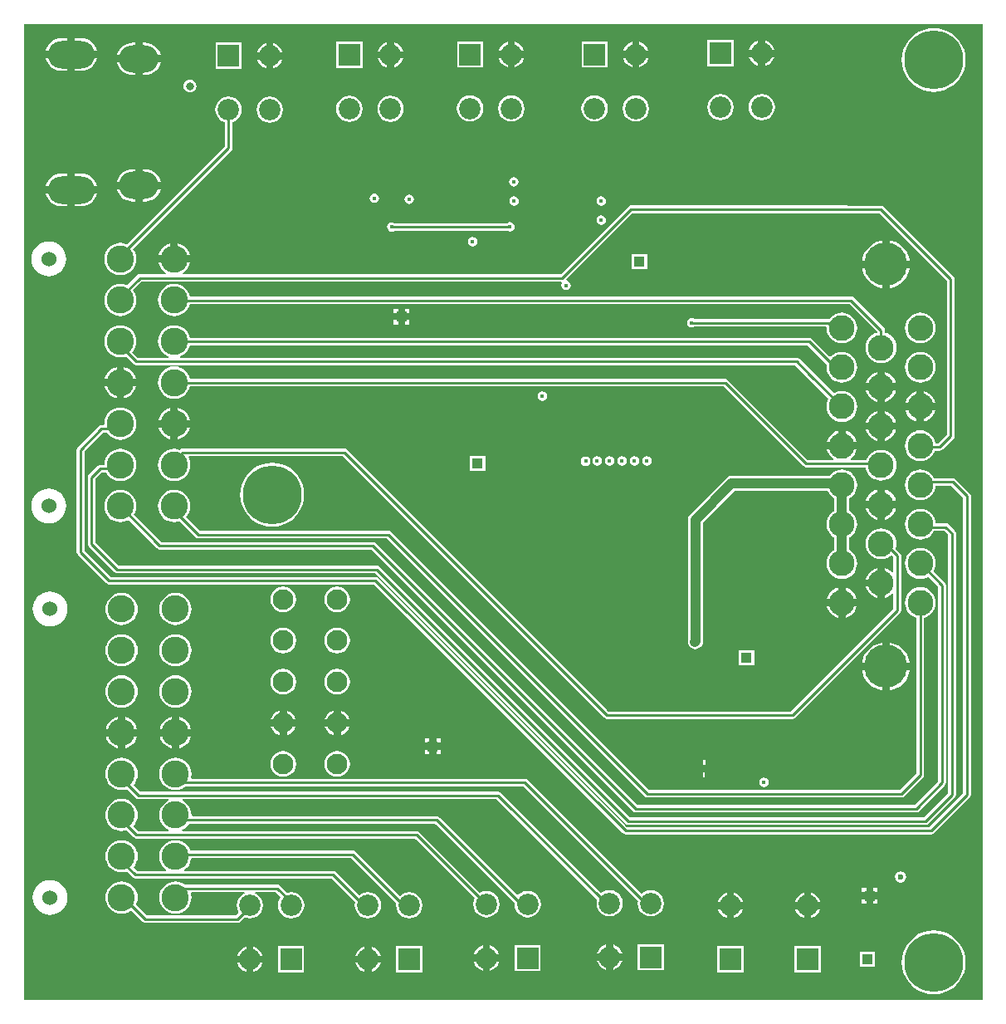
<source format=gbl>
G04*
G04 #@! TF.GenerationSoftware,Altium Limited,Altium Designer,21.0.9 (235)*
G04*
G04 Layer_Physical_Order=4*
G04 Layer_Color=16711680*
%FSLAX25Y25*%
%MOIN*%
G70*
G04*
G04 #@! TF.SameCoordinates,E74DC3C6-926F-45D7-BB20-B057052BEC36*
G04*
G04*
G04 #@! TF.FilePolarity,Positive*
G04*
G01*
G75*
%ADD13C,0.01000*%
%ADD65C,0.03937*%
%ADD70R,0.08563X0.08563*%
%ADD71C,0.08563*%
%ADD72R,0.04331X0.04331*%
%ADD73C,0.08268*%
%ADD74C,0.10925*%
%ADD75C,0.06004*%
%ADD76C,0.10335*%
%ADD77C,0.17303*%
%ADD78O,0.15748X0.11024*%
%ADD79O,0.18898X0.11024*%
%ADD80C,0.23622*%
%ADD81C,0.01772*%
%ADD82C,0.03150*%
%ADD83C,0.02362*%
G36*
X385697Y803D02*
X803D01*
Y392197D01*
X385697D01*
Y803D01*
D02*
G37*
%LPC*%
G36*
X298512Y385759D02*
Y382130D01*
X302140D01*
X301649Y383317D01*
X300802Y384420D01*
X299699Y385267D01*
X298512Y385759D01*
D02*
G37*
G36*
X295559D02*
X294372Y385267D01*
X293269Y384420D01*
X292422Y383317D01*
X291930Y382130D01*
X295559D01*
Y385759D01*
D02*
G37*
G36*
X23732Y386709D02*
X21272D01*
Y381642D01*
X30089D01*
X29778Y382669D01*
X29173Y383801D01*
X28359Y384792D01*
X27368Y385606D01*
X26236Y386211D01*
X25009Y386583D01*
X23732Y386709D01*
D02*
G37*
G36*
X18319D02*
X15858D01*
X14582Y386583D01*
X13354Y386211D01*
X12223Y385606D01*
X11231Y384792D01*
X10418Y383801D01*
X9813Y382669D01*
X9501Y381642D01*
X18319D01*
Y386709D01*
D02*
G37*
G36*
X247976Y385259D02*
Y381630D01*
X251605D01*
X251113Y382817D01*
X250267Y383920D01*
X249164Y384767D01*
X247976Y385259D01*
D02*
G37*
G36*
X245024D02*
X243836Y384767D01*
X242733Y383920D01*
X241887Y382817D01*
X241395Y381630D01*
X245024D01*
Y385259D01*
D02*
G37*
G36*
X197976D02*
Y381630D01*
X201605D01*
X201113Y382817D01*
X200267Y383920D01*
X199163Y384767D01*
X197976Y385259D01*
D02*
G37*
G36*
X195024D02*
X193836Y384767D01*
X192733Y383920D01*
X191887Y382817D01*
X191395Y381630D01*
X195024D01*
Y385259D01*
D02*
G37*
G36*
X149476Y385105D02*
Y381476D01*
X153105D01*
X152613Y382663D01*
X151767Y383767D01*
X150663Y384613D01*
X149476Y385105D01*
D02*
G37*
G36*
X146524D02*
X145336Y384613D01*
X144233Y383767D01*
X143387Y382663D01*
X142895Y381476D01*
X146524D01*
Y385105D01*
D02*
G37*
G36*
X100976Y384759D02*
Y381130D01*
X104605D01*
X104113Y382317D01*
X103267Y383420D01*
X102164Y384267D01*
X100976Y384759D01*
D02*
G37*
G36*
X98024D02*
X96837Y384267D01*
X95733Y383420D01*
X94887Y382317D01*
X94395Y381130D01*
X98024D01*
Y384759D01*
D02*
G37*
G36*
X49362Y384937D02*
X48476D01*
Y379870D01*
X55719D01*
X55407Y380898D01*
X54803Y382029D01*
X53989Y383020D01*
X52997Y383834D01*
X51866Y384439D01*
X50639Y384811D01*
X49362Y384937D01*
D02*
G37*
G36*
X45524D02*
X44638D01*
X43361Y384811D01*
X42134Y384439D01*
X41003Y383834D01*
X40011Y383020D01*
X39197Y382029D01*
X38593Y380898D01*
X38281Y379870D01*
X45524D01*
Y384937D01*
D02*
G37*
G36*
X302140Y379177D02*
X298512D01*
Y375548D01*
X299699Y376040D01*
X300802Y376887D01*
X301649Y377990D01*
X302140Y379177D01*
D02*
G37*
G36*
X295559D02*
X291930D01*
X292422Y377990D01*
X293269Y376887D01*
X294372Y376040D01*
X295559Y375548D01*
Y379177D01*
D02*
G37*
G36*
X285766Y385919D02*
X275234D01*
Y375388D01*
X285766D01*
Y385919D01*
D02*
G37*
G36*
X251605Y378677D02*
X247976D01*
Y375048D01*
X249164Y375540D01*
X250267Y376387D01*
X251113Y377490D01*
X251605Y378677D01*
D02*
G37*
G36*
X245024D02*
X241395D01*
X241887Y377490D01*
X242733Y376387D01*
X243836Y375540D01*
X245024Y375048D01*
Y378677D01*
D02*
G37*
G36*
X201605D02*
X197976D01*
Y375048D01*
X199163Y375540D01*
X200267Y376387D01*
X201113Y377490D01*
X201605Y378677D01*
D02*
G37*
G36*
X195024D02*
X191395D01*
X191887Y377490D01*
X192733Y376387D01*
X193836Y375540D01*
X195024Y375048D01*
Y378677D01*
D02*
G37*
G36*
X153105Y378524D02*
X149476D01*
Y374895D01*
X150663Y375387D01*
X151767Y376233D01*
X152613Y377337D01*
X153105Y378524D01*
D02*
G37*
G36*
X146524D02*
X142895D01*
X143387Y377337D01*
X144233Y376233D01*
X145336Y375387D01*
X146524Y374895D01*
Y378524D01*
D02*
G37*
G36*
X235230Y385419D02*
X224699D01*
Y374888D01*
X235230D01*
Y385419D01*
D02*
G37*
G36*
X185230D02*
X174699D01*
Y374888D01*
X185230D01*
Y385419D01*
D02*
G37*
G36*
X136730Y385266D02*
X126199D01*
Y374734D01*
X136730D01*
Y385266D01*
D02*
G37*
G36*
X104605Y378177D02*
X100976D01*
Y374548D01*
X102164Y375040D01*
X103267Y375887D01*
X104113Y376990D01*
X104605Y378177D01*
D02*
G37*
G36*
X98024D02*
X94395D01*
X94887Y376990D01*
X95733Y375887D01*
X96837Y375040D01*
X98024Y374548D01*
Y378177D01*
D02*
G37*
G36*
X88230Y384919D02*
X77699D01*
Y374388D01*
X88230D01*
Y384919D01*
D02*
G37*
G36*
X30089Y378689D02*
X21272D01*
Y373622D01*
X23732D01*
X25009Y373748D01*
X26236Y374120D01*
X27368Y374725D01*
X28359Y375538D01*
X29173Y376530D01*
X29778Y377661D01*
X30089Y378689D01*
D02*
G37*
G36*
X18319D02*
X9501D01*
X9813Y377661D01*
X10418Y376530D01*
X11231Y375538D01*
X12223Y374725D01*
X13354Y374120D01*
X14582Y373748D01*
X15858Y373622D01*
X18319D01*
Y378689D01*
D02*
G37*
G36*
X55719Y376917D02*
X48476D01*
Y371850D01*
X49362D01*
X50639Y371976D01*
X51866Y372348D01*
X52997Y372953D01*
X53989Y373767D01*
X54803Y374758D01*
X55407Y375890D01*
X55719Y376917D01*
D02*
G37*
G36*
X45524D02*
X38281D01*
X38593Y375890D01*
X39197Y374758D01*
X40011Y373767D01*
X41003Y372953D01*
X42134Y372348D01*
X43361Y371976D01*
X44638Y371850D01*
X45524D01*
Y376917D01*
D02*
G37*
G36*
X366142Y390788D02*
X364134Y390630D01*
X362176Y390159D01*
X360315Y389389D01*
X358598Y388336D01*
X357066Y387028D01*
X355758Y385497D01*
X354706Y383780D01*
X353935Y381919D01*
X353465Y379961D01*
X353307Y377953D01*
X353465Y375945D01*
X353935Y373987D01*
X354706Y372126D01*
X355758Y370409D01*
X357066Y368877D01*
X358598Y367569D01*
X360315Y366517D01*
X362176Y365746D01*
X364134Y365276D01*
X366142Y365118D01*
X368149Y365276D01*
X370108Y365746D01*
X371969Y366517D01*
X373686Y367569D01*
X375217Y368877D01*
X376525Y370409D01*
X377578Y372126D01*
X378348Y373987D01*
X378819Y375945D01*
X378977Y377953D01*
X378819Y379961D01*
X378348Y381919D01*
X377578Y383780D01*
X376525Y385497D01*
X375217Y387028D01*
X373686Y388336D01*
X371969Y389389D01*
X370108Y390159D01*
X368149Y390630D01*
X366142Y390788D01*
D02*
G37*
G36*
X67500Y370081D02*
X66832Y369993D01*
X66209Y369735D01*
X65675Y369325D01*
X65265Y368791D01*
X65007Y368168D01*
X64919Y367500D01*
X65007Y366832D01*
X65265Y366209D01*
X65675Y365675D01*
X66209Y365265D01*
X66832Y365007D01*
X67500Y364919D01*
X68168Y365007D01*
X68791Y365265D01*
X69325Y365675D01*
X69735Y366209D01*
X69993Y366832D01*
X70081Y367500D01*
X69993Y368168D01*
X69735Y368791D01*
X69325Y369325D01*
X68791Y369735D01*
X68168Y369993D01*
X67500Y370081D01*
D02*
G37*
G36*
X297035Y364311D02*
X295661Y364130D01*
X294380Y363600D01*
X293280Y362756D01*
X292436Y361656D01*
X291905Y360375D01*
X291724Y359000D01*
X291905Y357625D01*
X292436Y356344D01*
X293280Y355244D01*
X294380Y354400D01*
X295661Y353870D01*
X297035Y353689D01*
X298410Y353870D01*
X299691Y354400D01*
X300791Y355244D01*
X301635Y356344D01*
X302166Y357625D01*
X302347Y359000D01*
X302166Y360375D01*
X301635Y361656D01*
X300791Y362756D01*
X299691Y363600D01*
X298410Y364130D01*
X297035Y364311D01*
D02*
G37*
G36*
X280500D02*
X279125Y364130D01*
X277844Y363600D01*
X276744Y362756D01*
X275900Y361656D01*
X275370Y360375D01*
X275189Y359000D01*
X275370Y357625D01*
X275900Y356344D01*
X276744Y355244D01*
X277844Y354400D01*
X279125Y353870D01*
X280500Y353689D01*
X281875Y353870D01*
X283156Y354400D01*
X284256Y355244D01*
X285100Y356344D01*
X285630Y357625D01*
X285811Y359000D01*
X285630Y360375D01*
X285100Y361656D01*
X284256Y362756D01*
X283156Y363600D01*
X281875Y364130D01*
X280500Y364311D01*
D02*
G37*
G36*
X246500Y363811D02*
X245125Y363630D01*
X243844Y363100D01*
X242744Y362256D01*
X241900Y361156D01*
X241370Y359875D01*
X241189Y358500D01*
X241370Y357125D01*
X241900Y355844D01*
X242744Y354744D01*
X243844Y353900D01*
X245125Y353370D01*
X246500Y353189D01*
X247875Y353370D01*
X249156Y353900D01*
X250256Y354744D01*
X251100Y355844D01*
X251630Y357125D01*
X251811Y358500D01*
X251630Y359875D01*
X251100Y361156D01*
X250256Y362256D01*
X249156Y363100D01*
X247875Y363630D01*
X246500Y363811D01*
D02*
G37*
G36*
X229965D02*
X228590Y363630D01*
X227309Y363100D01*
X226209Y362256D01*
X225365Y361156D01*
X224834Y359875D01*
X224653Y358500D01*
X224834Y357125D01*
X225365Y355844D01*
X226209Y354744D01*
X227309Y353900D01*
X228590Y353370D01*
X229965Y353189D01*
X231339Y353370D01*
X232620Y353900D01*
X233720Y354744D01*
X234564Y355844D01*
X235095Y357125D01*
X235276Y358500D01*
X235095Y359875D01*
X234564Y361156D01*
X233720Y362256D01*
X232620Y363100D01*
X231339Y363630D01*
X229965Y363811D01*
D02*
G37*
G36*
X196500D02*
X195125Y363630D01*
X193844Y363100D01*
X192744Y362256D01*
X191900Y361156D01*
X191370Y359875D01*
X191189Y358500D01*
X191370Y357125D01*
X191900Y355844D01*
X192744Y354744D01*
X193844Y353900D01*
X195125Y353370D01*
X196500Y353189D01*
X197875Y353370D01*
X199156Y353900D01*
X200256Y354744D01*
X201100Y355844D01*
X201630Y357125D01*
X201811Y358500D01*
X201630Y359875D01*
X201100Y361156D01*
X200256Y362256D01*
X199156Y363100D01*
X197875Y363630D01*
X196500Y363811D01*
D02*
G37*
G36*
X179965D02*
X178590Y363630D01*
X177309Y363100D01*
X176209Y362256D01*
X175365Y361156D01*
X174834Y359875D01*
X174653Y358500D01*
X174834Y357125D01*
X175365Y355844D01*
X176209Y354744D01*
X177309Y353900D01*
X178590Y353370D01*
X179965Y353189D01*
X181339Y353370D01*
X182620Y353900D01*
X183720Y354744D01*
X184564Y355844D01*
X185095Y357125D01*
X185276Y358500D01*
X185095Y359875D01*
X184564Y361156D01*
X183720Y362256D01*
X182620Y363100D01*
X181339Y363630D01*
X179965Y363811D01*
D02*
G37*
G36*
X148000Y363658D02*
X146625Y363477D01*
X145344Y362946D01*
X144244Y362102D01*
X143400Y361002D01*
X142870Y359721D01*
X142689Y358347D01*
X142870Y356972D01*
X143400Y355691D01*
X144244Y354591D01*
X145344Y353747D01*
X146625Y353216D01*
X148000Y353035D01*
X149375Y353216D01*
X150656Y353747D01*
X151756Y354591D01*
X152600Y355691D01*
X153130Y356972D01*
X153311Y358347D01*
X153130Y359721D01*
X152600Y361002D01*
X151756Y362102D01*
X150656Y362946D01*
X149375Y363477D01*
X148000Y363658D01*
D02*
G37*
G36*
X131465D02*
X130090Y363477D01*
X128809Y362946D01*
X127709Y362102D01*
X126865Y361002D01*
X126334Y359721D01*
X126153Y358347D01*
X126334Y356972D01*
X126865Y355691D01*
X127709Y354591D01*
X128809Y353747D01*
X130090Y353216D01*
X131465Y353035D01*
X132839Y353216D01*
X134120Y353747D01*
X135220Y354591D01*
X136064Y355691D01*
X136595Y356972D01*
X136776Y358347D01*
X136595Y359721D01*
X136064Y361002D01*
X135220Y362102D01*
X134120Y362946D01*
X132839Y363477D01*
X131465Y363658D01*
D02*
G37*
G36*
X99500Y363311D02*
X98125Y363130D01*
X96844Y362600D01*
X95744Y361756D01*
X94900Y360656D01*
X94370Y359375D01*
X94189Y358000D01*
X94370Y356625D01*
X94900Y355344D01*
X95744Y354244D01*
X96844Y353400D01*
X98125Y352870D01*
X99500Y352689D01*
X100875Y352870D01*
X102156Y353400D01*
X103256Y354244D01*
X104100Y355344D01*
X104630Y356625D01*
X104811Y358000D01*
X104630Y359375D01*
X104100Y360656D01*
X103256Y361756D01*
X102156Y362600D01*
X100875Y363130D01*
X99500Y363311D01*
D02*
G37*
G36*
X49362Y334150D02*
X48476D01*
Y329083D01*
X55719D01*
X55407Y330110D01*
X54803Y331242D01*
X53989Y332233D01*
X52997Y333047D01*
X51866Y333651D01*
X50639Y334024D01*
X49362Y334150D01*
D02*
G37*
G36*
X45524D02*
X44638D01*
X43361Y334024D01*
X42134Y333651D01*
X41003Y333047D01*
X40011Y332233D01*
X39197Y331242D01*
X38593Y330110D01*
X38281Y329083D01*
X45524D01*
Y334150D01*
D02*
G37*
G36*
X23732Y332378D02*
X21272D01*
Y327311D01*
X30089D01*
X29778Y328339D01*
X29173Y329470D01*
X28359Y330462D01*
X27368Y331275D01*
X26236Y331880D01*
X25009Y332252D01*
X23732Y332378D01*
D02*
G37*
G36*
X18319D02*
X15858D01*
X14582Y332252D01*
X13354Y331880D01*
X12223Y331275D01*
X11231Y330462D01*
X10418Y329470D01*
X9813Y328339D01*
X9501Y327311D01*
X18319D01*
Y332378D01*
D02*
G37*
G36*
X197500Y330907D02*
X196770Y330762D01*
X196152Y330348D01*
X195738Y329730D01*
X195593Y329000D01*
X195738Y328270D01*
X196152Y327652D01*
X196770Y327238D01*
X197500Y327093D01*
X198230Y327238D01*
X198848Y327652D01*
X199262Y328270D01*
X199407Y329000D01*
X199262Y329730D01*
X198848Y330348D01*
X198230Y330762D01*
X197500Y330907D01*
D02*
G37*
G36*
X55719Y326130D02*
X48476D01*
Y321063D01*
X49362D01*
X50639Y321189D01*
X51866Y321561D01*
X52997Y322166D01*
X53989Y322979D01*
X54803Y323971D01*
X55407Y325102D01*
X55719Y326130D01*
D02*
G37*
G36*
X45524D02*
X38281D01*
X38593Y325102D01*
X39197Y323971D01*
X40011Y322979D01*
X41003Y322166D01*
X42134Y321561D01*
X43361Y321189D01*
X44638Y321063D01*
X45524D01*
Y326130D01*
D02*
G37*
G36*
X141574Y324333D02*
X140844Y324188D01*
X140226Y323774D01*
X139812Y323156D01*
X139667Y322426D01*
X139812Y321696D01*
X140226Y321078D01*
X140844Y320665D01*
X141574Y320519D01*
X142304Y320665D01*
X142922Y321078D01*
X143335Y321696D01*
X143481Y322426D01*
X143335Y323156D01*
X142922Y323774D01*
X142304Y324188D01*
X141574Y324333D01*
D02*
G37*
G36*
X155500Y323907D02*
X154770Y323762D01*
X154152Y323348D01*
X153738Y322730D01*
X153593Y322000D01*
X153738Y321270D01*
X154152Y320652D01*
X154770Y320238D01*
X155500Y320093D01*
X156230Y320238D01*
X156848Y320652D01*
X157262Y321270D01*
X157407Y322000D01*
X157262Y322730D01*
X156848Y323348D01*
X156230Y323762D01*
X155500Y323907D01*
D02*
G37*
G36*
X331431Y319516D02*
X331431Y319516D01*
X244502D01*
X244502Y319516D01*
X243923Y319400D01*
X243432Y319072D01*
X243432Y319072D01*
X216373Y292013D01*
X64525D01*
X64399Y292513D01*
X64761Y292707D01*
X65745Y293514D01*
X66553Y294498D01*
X67153Y295621D01*
X67459Y296630D01*
X61154D01*
X54848D01*
X55154Y295621D01*
X55754Y294498D01*
X56562Y293514D01*
X57546Y292707D01*
X57908Y292513D01*
X57783Y292013D01*
X47394D01*
X47394Y292013D01*
X46815Y291898D01*
X46324Y291570D01*
X46324Y291570D01*
X42194Y287441D01*
X41979Y287556D01*
X40764Y287924D01*
X39500Y288049D01*
X38236Y287924D01*
X37021Y287556D01*
X35901Y286957D01*
X34919Y286152D01*
X34114Y285170D01*
X33515Y284050D01*
X33146Y282835D01*
X33022Y281571D01*
X33146Y280307D01*
X33515Y279092D01*
X34114Y277972D01*
X34919Y276990D01*
X35901Y276185D01*
X37021Y275586D01*
X38236Y275217D01*
X39500Y275093D01*
X40764Y275217D01*
X41979Y275586D01*
X43099Y276185D01*
X44081Y276990D01*
X44886Y277972D01*
X45485Y279092D01*
X45854Y280307D01*
X45978Y281571D01*
X45854Y282835D01*
X45485Y284050D01*
X44886Y285170D01*
X44579Y285545D01*
X48020Y288987D01*
X216643D01*
X216910Y288487D01*
X216738Y288230D01*
X216593Y287500D01*
X216738Y286770D01*
X217152Y286152D01*
X217770Y285738D01*
X218500Y285593D01*
X219230Y285738D01*
X219848Y286152D01*
X220262Y286770D01*
X220407Y287500D01*
X220262Y288230D01*
X219848Y288848D01*
X219230Y289262D01*
X218712Y289365D01*
X218522Y289882D01*
X245129Y316489D01*
X331422D01*
X331433Y316487D01*
X344373D01*
X371487Y289373D01*
Y227627D01*
X368040Y224181D01*
X366826D01*
X366811Y224336D01*
X366459Y225495D01*
X365888Y226564D01*
X365119Y227501D01*
X364182Y228270D01*
X363113Y228841D01*
X361954Y229192D01*
X360748Y229311D01*
X359542Y229192D01*
X358383Y228841D01*
X357314Y228270D01*
X356377Y227501D01*
X355608Y226564D01*
X355037Y225495D01*
X354685Y224336D01*
X354567Y223130D01*
X354685Y221924D01*
X355037Y220764D01*
X355608Y219696D01*
X356377Y218759D01*
X357314Y217990D01*
X358383Y217419D01*
X359542Y217067D01*
X360748Y216949D01*
X361954Y217067D01*
X363113Y217419D01*
X364182Y217990D01*
X365119Y218759D01*
X365888Y219696D01*
X366459Y220764D01*
X366577Y221154D01*
X368667D01*
X368667Y221154D01*
X369247Y221269D01*
X369737Y221597D01*
X374070Y225930D01*
X374398Y226421D01*
X374513Y227000D01*
X374513Y227000D01*
Y290000D01*
X374513Y290000D01*
X374398Y290579D01*
X374070Y291070D01*
X346070Y319070D01*
X345579Y319398D01*
X345000Y319513D01*
X345000Y319513D01*
X331442D01*
X331431Y319516D01*
D02*
G37*
G36*
X197661Y323246D02*
X196931Y323100D01*
X196313Y322687D01*
X195899Y322069D01*
X195754Y321339D01*
X195899Y320609D01*
X196313Y319991D01*
X196931Y319577D01*
X197661Y319432D01*
X198391Y319577D01*
X199009Y319991D01*
X199423Y320609D01*
X199568Y321339D01*
X199423Y322069D01*
X199009Y322687D01*
X198391Y323100D01*
X197661Y323246D01*
D02*
G37*
G36*
X232663Y323244D02*
X231933Y323099D01*
X231315Y322685D01*
X230901Y322067D01*
X230756Y321337D01*
X230901Y320607D01*
X231315Y319989D01*
X231933Y319576D01*
X232663Y319430D01*
X233393Y319576D01*
X234011Y319989D01*
X234424Y320607D01*
X234570Y321337D01*
X234424Y322067D01*
X234011Y322685D01*
X233393Y323099D01*
X232663Y323244D01*
D02*
G37*
G36*
X30089Y324358D02*
X21272D01*
Y319291D01*
X23732D01*
X25009Y319417D01*
X26236Y319789D01*
X27368Y320394D01*
X28359Y321208D01*
X29173Y322199D01*
X29778Y323331D01*
X30089Y324358D01*
D02*
G37*
G36*
X18319D02*
X9501D01*
X9813Y323331D01*
X10418Y322199D01*
X11231Y321208D01*
X12223Y320394D01*
X13354Y319789D01*
X14582Y319417D01*
X15858Y319291D01*
X18319D01*
Y324358D01*
D02*
G37*
G36*
X195969Y312867D02*
X195239Y312722D01*
X194833Y312451D01*
X153067D01*
X153061Y312452D01*
X153061Y312452D01*
X149663D01*
X149291Y312700D01*
X148561Y312845D01*
X147832Y312700D01*
X147213Y312287D01*
X146800Y311668D01*
X146655Y310939D01*
X146800Y310209D01*
X147213Y309590D01*
X147832Y309177D01*
X148561Y309032D01*
X149291Y309177D01*
X149663Y309425D01*
X153057D01*
X153062Y309424D01*
X153062Y309424D01*
X194902D01*
X195239Y309199D01*
X195969Y309054D01*
X196698Y309199D01*
X197317Y309612D01*
X197730Y310231D01*
X197876Y310961D01*
X197730Y311690D01*
X197317Y312309D01*
X196698Y312722D01*
X195969Y312867D01*
D02*
G37*
G36*
X232663Y315569D02*
X231933Y315424D01*
X231314Y315011D01*
X230901Y314392D01*
X230756Y313663D01*
X230901Y312933D01*
X231314Y312314D01*
X231933Y311901D01*
X232663Y311756D01*
X233392Y311901D01*
X234011Y312314D01*
X234424Y312933D01*
X234569Y313663D01*
X234424Y314392D01*
X234011Y315011D01*
X233392Y315424D01*
X232663Y315569D01*
D02*
G37*
G36*
X82965Y363311D02*
X81590Y363130D01*
X80309Y362600D01*
X79209Y361756D01*
X78365Y360656D01*
X77834Y359375D01*
X77653Y358000D01*
X77834Y356625D01*
X78365Y355344D01*
X79209Y354244D01*
X80309Y353400D01*
X81451Y352927D01*
Y343233D01*
X42194Y303976D01*
X41979Y304091D01*
X40764Y304460D01*
X39500Y304584D01*
X38236Y304460D01*
X37021Y304091D01*
X35901Y303493D01*
X34919Y302687D01*
X34114Y301705D01*
X33515Y300585D01*
X33146Y299370D01*
X33022Y298106D01*
X33146Y296843D01*
X33515Y295627D01*
X34114Y294507D01*
X34919Y293526D01*
X35901Y292720D01*
X37021Y292121D01*
X38236Y291753D01*
X39500Y291628D01*
X40764Y291753D01*
X41979Y292121D01*
X43099Y292720D01*
X44081Y293526D01*
X44886Y294507D01*
X45485Y295627D01*
X45854Y296843D01*
X45978Y298106D01*
X45854Y299370D01*
X45485Y300585D01*
X44886Y301705D01*
X44579Y302080D01*
X84035Y341536D01*
X84035Y341536D01*
X84363Y342027D01*
X84478Y342606D01*
Y352927D01*
X85620Y353400D01*
X86720Y354244D01*
X87564Y355344D01*
X88095Y356625D01*
X88276Y358000D01*
X88095Y359375D01*
X87564Y360656D01*
X86720Y361756D01*
X85620Y362600D01*
X84339Y363130D01*
X82965Y363311D01*
D02*
G37*
G36*
X181000Y306907D02*
X180270Y306762D01*
X179652Y306348D01*
X179238Y305730D01*
X179093Y305000D01*
X179238Y304270D01*
X179652Y303652D01*
X180270Y303238D01*
X181000Y303093D01*
X181730Y303238D01*
X182348Y303652D01*
X182762Y304270D01*
X182907Y305000D01*
X182762Y305730D01*
X182348Y306348D01*
X181730Y306762D01*
X181000Y306907D01*
D02*
G37*
G36*
X62630Y304412D02*
Y299583D01*
X67459D01*
X67153Y300591D01*
X66553Y301714D01*
X65745Y302698D01*
X64761Y303506D01*
X63639Y304106D01*
X62630Y304412D01*
D02*
G37*
G36*
X59677Y304412D02*
X58668Y304106D01*
X57546Y303506D01*
X56562Y302698D01*
X55754Y301714D01*
X55154Y300591D01*
X54848Y299583D01*
X59677D01*
Y304412D01*
D02*
G37*
G36*
X348445Y305517D02*
Y297441D01*
X356521D01*
X356480Y297857D01*
X355928Y299676D01*
X355032Y301353D01*
X353826Y302822D01*
X352357Y304028D01*
X350680Y304925D01*
X348861Y305476D01*
X348445Y305517D01*
D02*
G37*
G36*
X345492D02*
X345076Y305476D01*
X343257Y304925D01*
X341580Y304028D01*
X340111Y302822D01*
X338905Y301353D01*
X338008Y299676D01*
X337457Y297857D01*
X337416Y297441D01*
X345492D01*
Y305517D01*
D02*
G37*
G36*
X251150Y300150D02*
X244850D01*
Y293850D01*
X251150D01*
Y300150D01*
D02*
G37*
G36*
X10760Y305128D02*
X9390Y304993D01*
X8073Y304594D01*
X6859Y303945D01*
X5794Y303072D01*
X4921Y302008D01*
X4272Y300794D01*
X3873Y299476D01*
X3738Y298106D01*
X3873Y296736D01*
X4272Y295419D01*
X4921Y294205D01*
X5794Y293141D01*
X6859Y292268D01*
X8073Y291619D01*
X9390Y291219D01*
X10760Y291084D01*
X12130Y291219D01*
X13447Y291619D01*
X14661Y292268D01*
X15725Y293141D01*
X16598Y294205D01*
X17247Y295419D01*
X17647Y296736D01*
X17782Y298106D01*
X17647Y299476D01*
X17247Y300794D01*
X16598Y302008D01*
X15725Y303072D01*
X14661Y303945D01*
X13447Y304594D01*
X12130Y304993D01*
X10760Y305128D01*
D02*
G37*
G36*
X356521Y294488D02*
X348445D01*
Y286412D01*
X348861Y286453D01*
X350680Y287004D01*
X352357Y287901D01*
X353826Y289107D01*
X355032Y290577D01*
X355928Y292253D01*
X356480Y294073D01*
X356521Y294488D01*
D02*
G37*
G36*
X345492D02*
X337416D01*
X337457Y294073D01*
X338008Y292253D01*
X338905Y290577D01*
X340111Y289107D01*
X341580Y287901D01*
X343257Y287004D01*
X345076Y286453D01*
X345492Y286412D01*
Y294488D01*
D02*
G37*
G36*
X155665Y278165D02*
X153976D01*
Y276476D01*
X155665D01*
Y278165D01*
D02*
G37*
G36*
X151024D02*
X149335D01*
Y276476D01*
X151024D01*
Y278165D01*
D02*
G37*
G36*
X329252Y276555D02*
X328046Y276437D01*
X326887Y276085D01*
X325818Y275514D01*
X324881Y274745D01*
X324189Y273902D01*
X323999Y273939D01*
X323999Y273939D01*
X270212D01*
X269730Y274262D01*
X269000Y274407D01*
X268270Y274262D01*
X267652Y273848D01*
X267238Y273230D01*
X267093Y272500D01*
X267238Y271770D01*
X267652Y271152D01*
X268270Y270738D01*
X269000Y270593D01*
X269730Y270738D01*
X269991Y270913D01*
X322751D01*
X323087Y270542D01*
X323071Y270374D01*
X323189Y269168D01*
X323541Y268008D01*
X324112Y266940D01*
X324881Y266003D01*
X325818Y265234D01*
X326887Y264663D01*
X328046Y264312D01*
X329252Y264193D01*
X330458Y264312D01*
X331617Y264663D01*
X332686Y265234D01*
X333623Y266003D01*
X334392Y266940D01*
X334963Y268008D01*
X335314Y269168D01*
X335433Y270374D01*
X335314Y271580D01*
X334963Y272740D01*
X334392Y273808D01*
X333623Y274745D01*
X332686Y275514D01*
X331617Y276085D01*
X330458Y276437D01*
X329252Y276555D01*
D02*
G37*
G36*
X155665Y273524D02*
X153976D01*
Y271835D01*
X155665D01*
Y273524D01*
D02*
G37*
G36*
X151024D02*
X149335D01*
Y271835D01*
X151024D01*
Y273524D01*
D02*
G37*
G36*
X360748Y276555D02*
X359542Y276437D01*
X358383Y276085D01*
X357314Y275514D01*
X356377Y274745D01*
X355608Y273808D01*
X355037Y272740D01*
X354685Y271580D01*
X354567Y270374D01*
X354685Y269168D01*
X355037Y268008D01*
X355608Y266940D01*
X356377Y266003D01*
X357314Y265234D01*
X358383Y264663D01*
X359542Y264312D01*
X360748Y264193D01*
X361954Y264312D01*
X363113Y264663D01*
X364182Y265234D01*
X365119Y266003D01*
X365888Y266940D01*
X366459Y268008D01*
X366811Y269168D01*
X366929Y270374D01*
X366811Y271580D01*
X366459Y272740D01*
X365888Y273808D01*
X365119Y274745D01*
X364182Y275514D01*
X363113Y276085D01*
X361954Y276437D01*
X360748Y276555D01*
D02*
G37*
G36*
X61154Y271514D02*
X59890Y271389D01*
X58675Y271020D01*
X57555Y270422D01*
X56573Y269616D01*
X55767Y268634D01*
X55169Y267514D01*
X54800Y266299D01*
X54676Y265035D01*
X54800Y263772D01*
X55169Y262556D01*
X55767Y261436D01*
X56573Y260455D01*
X57555Y259649D01*
X58675Y259050D01*
X58797Y259013D01*
X58723Y258513D01*
X46438D01*
X44268Y260683D01*
X44886Y261436D01*
X45485Y262556D01*
X45854Y263772D01*
X45978Y265035D01*
X45854Y266299D01*
X45485Y267514D01*
X44886Y268634D01*
X44081Y269616D01*
X43099Y270422D01*
X41979Y271020D01*
X40764Y271389D01*
X39500Y271514D01*
X38236Y271389D01*
X37021Y271020D01*
X35901Y270422D01*
X34919Y269616D01*
X34114Y268634D01*
X33515Y267514D01*
X33146Y266299D01*
X33022Y265035D01*
X33146Y263772D01*
X33515Y262556D01*
X34114Y261436D01*
X34919Y260455D01*
X35901Y259649D01*
X37021Y259050D01*
X38236Y258682D01*
X39500Y258557D01*
X40764Y258682D01*
X41704Y258967D01*
X44741Y255930D01*
X45232Y255602D01*
X45811Y255487D01*
X45811Y255487D01*
X310503D01*
X315560Y250430D01*
X323961Y242029D01*
X323541Y241243D01*
X323189Y240084D01*
X323071Y238878D01*
X323189Y237672D01*
X323541Y236512D01*
X324112Y235444D01*
X324881Y234507D01*
X325818Y233738D01*
X326887Y233167D01*
X328046Y232815D01*
X329252Y232697D01*
X330458Y232815D01*
X331617Y233167D01*
X332686Y233738D01*
X333623Y234507D01*
X334392Y235444D01*
X334963Y236512D01*
X335314Y237672D01*
X335433Y238878D01*
X335314Y240084D01*
X334963Y241243D01*
X334392Y242312D01*
X333623Y243249D01*
X332686Y244018D01*
X331617Y244589D01*
X330458Y244940D01*
X329252Y245059D01*
X328046Y244940D01*
X326887Y244589D01*
X326101Y244169D01*
X317700Y252570D01*
X317700Y252570D01*
X312200Y258070D01*
X311709Y258398D01*
X311130Y258513D01*
X311130Y258513D01*
X63584D01*
X63510Y259013D01*
X63633Y259050D01*
X64753Y259649D01*
X65734Y260455D01*
X66540Y261436D01*
X67138Y262556D01*
X67410Y263451D01*
X315409D01*
X323028Y255831D01*
X323179Y255731D01*
X323071Y254626D01*
X323189Y253420D01*
X323541Y252260D01*
X324112Y251192D01*
X324881Y250255D01*
X325818Y249486D01*
X326887Y248915D01*
X328046Y248563D01*
X329252Y248445D01*
X330458Y248563D01*
X331617Y248915D01*
X332686Y249486D01*
X333623Y250255D01*
X334392Y251192D01*
X334963Y252260D01*
X335314Y253420D01*
X335433Y254626D01*
X335314Y255832D01*
X334963Y256992D01*
X334392Y258060D01*
X333623Y258997D01*
X332686Y259766D01*
X331617Y260337D01*
X330458Y260688D01*
X329252Y260807D01*
X328046Y260688D01*
X326887Y260337D01*
X325818Y259766D01*
X324881Y258997D01*
X324785Y258879D01*
X324285Y258855D01*
X317106Y266035D01*
X316615Y266363D01*
X316035Y266478D01*
X316035Y266478D01*
X67453D01*
X67138Y267514D01*
X66540Y268634D01*
X65734Y269616D01*
X64753Y270422D01*
X63633Y271020D01*
X62417Y271389D01*
X61154Y271514D01*
D02*
G37*
G36*
Y288049D02*
X59890Y287924D01*
X58675Y287556D01*
X57555Y286957D01*
X56573Y286152D01*
X55767Y285170D01*
X55169Y284050D01*
X54800Y282835D01*
X54676Y281571D01*
X54800Y280307D01*
X55169Y279092D01*
X55767Y277972D01*
X56573Y276990D01*
X57555Y276185D01*
X58675Y275586D01*
X59890Y275217D01*
X61154Y275093D01*
X62417Y275217D01*
X63633Y275586D01*
X64753Y276185D01*
X65734Y276990D01*
X66540Y277972D01*
X67138Y279092D01*
X67410Y279987D01*
X332373D01*
X343420Y268940D01*
X343353Y268429D01*
X342635Y268211D01*
X341566Y267640D01*
X340629Y266871D01*
X339860Y265934D01*
X339289Y264865D01*
X338937Y263706D01*
X338819Y262500D01*
X338937Y261294D01*
X339289Y260135D01*
X339860Y259066D01*
X340629Y258129D01*
X341566Y257360D01*
X342635Y256789D01*
X343794Y256437D01*
X345000Y256319D01*
X346206Y256437D01*
X347365Y256789D01*
X348434Y257360D01*
X349371Y258129D01*
X350140Y259066D01*
X350711Y260135D01*
X351063Y261294D01*
X351181Y262500D01*
X351063Y263706D01*
X350711Y264865D01*
X350140Y265934D01*
X349371Y266871D01*
X348434Y267640D01*
X347365Y268211D01*
X346513Y268469D01*
Y269500D01*
X346398Y270079D01*
X346070Y270570D01*
X346070Y270570D01*
X334070Y282570D01*
X333579Y282898D01*
X333000Y283013D01*
X333000Y283013D01*
X67453D01*
X67138Y284050D01*
X66540Y285170D01*
X65734Y286152D01*
X64753Y286957D01*
X63633Y287556D01*
X62417Y287924D01*
X61154Y288049D01*
D02*
G37*
G36*
X40976Y254805D02*
Y249976D01*
X45805D01*
X45500Y250985D01*
X44899Y252108D01*
X44092Y253092D01*
X43108Y253900D01*
X41985Y254500D01*
X40976Y254805D01*
D02*
G37*
G36*
X38024D02*
X37015Y254500D01*
X35892Y253900D01*
X34908Y253092D01*
X34100Y252108D01*
X33500Y250985D01*
X33195Y249976D01*
X38024D01*
Y254805D01*
D02*
G37*
G36*
X360748Y260807D02*
X359542Y260688D01*
X358383Y260337D01*
X357314Y259766D01*
X356377Y258997D01*
X355608Y258060D01*
X355037Y256992D01*
X354685Y255832D01*
X354567Y254626D01*
X354685Y253420D01*
X355037Y252260D01*
X355608Y251192D01*
X356377Y250255D01*
X357314Y249486D01*
X358383Y248915D01*
X359542Y248563D01*
X360748Y248445D01*
X361954Y248563D01*
X363113Y248915D01*
X364182Y249486D01*
X365119Y250255D01*
X365888Y251192D01*
X366459Y252260D01*
X366811Y253420D01*
X366929Y254626D01*
X366811Y255832D01*
X366459Y256992D01*
X365888Y258060D01*
X365119Y258997D01*
X364182Y259766D01*
X363113Y260337D01*
X361954Y260688D01*
X360748Y260807D01*
D02*
G37*
G36*
X346476Y252749D02*
Y248228D01*
X350997D01*
X350725Y249124D01*
X350153Y250195D01*
X349382Y251134D01*
X348443Y251905D01*
X347372Y252477D01*
X346476Y252749D01*
D02*
G37*
G36*
X343524Y252749D02*
X342629Y252477D01*
X341557Y251905D01*
X340618Y251134D01*
X339847Y250195D01*
X339275Y249124D01*
X339003Y248228D01*
X343524D01*
Y252749D01*
D02*
G37*
G36*
X45805Y247024D02*
X40976D01*
Y242195D01*
X41985Y242500D01*
X43108Y243101D01*
X44092Y243908D01*
X44899Y244892D01*
X45500Y246015D01*
X45805Y247024D01*
D02*
G37*
G36*
X38024D02*
X33195D01*
X33500Y246015D01*
X34100Y244892D01*
X34908Y243908D01*
X35892Y243101D01*
X37015Y242500D01*
X38024Y242195D01*
Y247024D01*
D02*
G37*
G36*
X209000Y244907D02*
X208270Y244762D01*
X207652Y244348D01*
X207238Y243730D01*
X207093Y243000D01*
X207238Y242270D01*
X207652Y241652D01*
X208270Y241238D01*
X209000Y241093D01*
X209730Y241238D01*
X210348Y241652D01*
X210762Y242270D01*
X210907Y243000D01*
X210762Y243730D01*
X210348Y244348D01*
X209730Y244762D01*
X209000Y244907D01*
D02*
G37*
G36*
X343524Y245276D02*
X339003D01*
X339275Y244380D01*
X339847Y243309D01*
X340618Y242370D01*
X341557Y241599D01*
X342629Y241026D01*
X343524Y240755D01*
Y245276D01*
D02*
G37*
G36*
X350997D02*
X346476D01*
Y240755D01*
X347372Y241026D01*
X348443Y241599D01*
X349382Y242370D01*
X350153Y243309D01*
X350725Y244380D01*
X350997Y245276D01*
D02*
G37*
G36*
X362224Y244875D02*
Y240354D01*
X366745D01*
X366474Y241249D01*
X365901Y242321D01*
X365130Y243260D01*
X364191Y244031D01*
X363120Y244603D01*
X362224Y244875D01*
D02*
G37*
G36*
X359272Y244875D02*
X358377Y244603D01*
X357305Y244031D01*
X356366Y243260D01*
X355595Y242321D01*
X355023Y241249D01*
X354751Y240354D01*
X359272D01*
Y244875D01*
D02*
G37*
G36*
X62630Y238270D02*
Y233441D01*
X67459D01*
X67153Y234450D01*
X66553Y235572D01*
X65745Y236556D01*
X64761Y237364D01*
X63639Y237964D01*
X62630Y238270D01*
D02*
G37*
G36*
X59677D02*
X58668Y237964D01*
X57546Y237364D01*
X56562Y236556D01*
X55754Y235572D01*
X55154Y234450D01*
X54848Y233441D01*
X59677D01*
Y238270D01*
D02*
G37*
G36*
X366745Y237402D02*
X362224D01*
Y232881D01*
X363120Y233153D01*
X364191Y233725D01*
X365130Y234496D01*
X365901Y235435D01*
X366474Y236506D01*
X366745Y237402D01*
D02*
G37*
G36*
X359272D02*
X354751D01*
X355023Y236506D01*
X355595Y235435D01*
X356366Y234496D01*
X357305Y233725D01*
X358377Y233153D01*
X359272Y232881D01*
Y237402D01*
D02*
G37*
G36*
X346476Y237001D02*
Y232480D01*
X350997D01*
X350725Y233376D01*
X350153Y234447D01*
X349382Y235386D01*
X348443Y236157D01*
X347372Y236729D01*
X346476Y237001D01*
D02*
G37*
G36*
X343524D02*
X342629Y236729D01*
X341557Y236157D01*
X340618Y235386D01*
X339847Y234447D01*
X339275Y233376D01*
X339003Y232480D01*
X343524D01*
Y237001D01*
D02*
G37*
G36*
X39500Y238443D02*
X38236Y238318D01*
X37021Y237949D01*
X35901Y237351D01*
X34919Y236545D01*
X34114Y235564D01*
X33515Y234444D01*
X33146Y233228D01*
X33022Y231965D01*
X33031Y231878D01*
X32695Y231508D01*
X31995D01*
X31995Y231508D01*
X31416Y231393D01*
X30924Y231065D01*
X30924Y231065D01*
X22430Y222570D01*
X22102Y222079D01*
X21987Y221500D01*
X21987Y221500D01*
Y180500D01*
X21987Y180500D01*
X22102Y179921D01*
X22430Y179430D01*
X33930Y167930D01*
X33930Y167930D01*
X34421Y167602D01*
X35000Y167487D01*
X35000Y167487D01*
X141373D01*
X241291Y67569D01*
X241782Y67241D01*
X242361Y67126D01*
X242361Y67126D01*
X365139D01*
X365139Y67126D01*
X365718Y67241D01*
X366209Y67569D01*
X380570Y81930D01*
X380570Y81930D01*
X380898Y82421D01*
X381013Y83000D01*
Y203000D01*
X381013Y203000D01*
X380898Y203579D01*
X380570Y204070D01*
X374984Y209656D01*
X374493Y209984D01*
X373914Y210099D01*
X373914Y210099D01*
X366271D01*
X365888Y210816D01*
X365119Y211753D01*
X364182Y212522D01*
X363113Y213093D01*
X361954Y213444D01*
X360748Y213563D01*
X359542Y213444D01*
X358383Y213093D01*
X357314Y212522D01*
X356377Y211753D01*
X355608Y210816D01*
X355037Y209747D01*
X354685Y208588D01*
X354567Y207382D01*
X354685Y206176D01*
X355037Y205016D01*
X355608Y203948D01*
X356377Y203011D01*
X357314Y202242D01*
X358383Y201671D01*
X359542Y201319D01*
X360748Y201201D01*
X361954Y201319D01*
X363113Y201671D01*
X364182Y202242D01*
X365119Y203011D01*
X365888Y203948D01*
X366459Y205016D01*
X366811Y206176D01*
X366899Y207072D01*
X373287D01*
X377987Y202373D01*
Y83627D01*
X364512Y70152D01*
X242988D01*
X143070Y170070D01*
X142579Y170398D01*
X142000Y170513D01*
X142000Y170513D01*
X35627D01*
X25013Y181127D01*
Y220873D01*
X32621Y228481D01*
X34052D01*
X34114Y228366D01*
X34919Y227384D01*
X35901Y226578D01*
X37021Y225980D01*
X38236Y225611D01*
X39500Y225486D01*
X40764Y225611D01*
X41979Y225980D01*
X43099Y226578D01*
X44081Y227384D01*
X44886Y228366D01*
X45485Y229486D01*
X45854Y230701D01*
X45978Y231965D01*
X45854Y233228D01*
X45485Y234444D01*
X44886Y235564D01*
X44081Y236545D01*
X43099Y237351D01*
X41979Y237949D01*
X40764Y238318D01*
X39500Y238443D01*
D02*
G37*
G36*
X67459Y230488D02*
X62630D01*
Y225659D01*
X63639Y225965D01*
X64761Y226565D01*
X65745Y227373D01*
X66553Y228357D01*
X67153Y229480D01*
X67459Y230488D01*
D02*
G37*
G36*
X59677D02*
X54848D01*
X55154Y229480D01*
X55754Y228357D01*
X56562Y227373D01*
X57546Y226565D01*
X58668Y225965D01*
X59677Y225659D01*
Y230488D01*
D02*
G37*
G36*
X350997Y229528D02*
X346476D01*
Y225007D01*
X347372Y225278D01*
X348443Y225851D01*
X349382Y226622D01*
X350153Y227561D01*
X350725Y228632D01*
X350997Y229528D01*
D02*
G37*
G36*
X343524D02*
X339003D01*
X339275Y228632D01*
X339847Y227561D01*
X340618Y226622D01*
X341557Y225851D01*
X342629Y225278D01*
X343524Y225007D01*
Y229528D01*
D02*
G37*
G36*
X330728Y229127D02*
Y224606D01*
X335249D01*
X334977Y225501D01*
X334405Y226573D01*
X333634Y227512D01*
X332695Y228283D01*
X331624Y228855D01*
X330728Y229127D01*
D02*
G37*
G36*
X327776Y229127D02*
X326880Y228855D01*
X325809Y228283D01*
X324870Y227512D01*
X324099Y226573D01*
X323527Y225501D01*
X323255Y224606D01*
X327776D01*
Y229127D01*
D02*
G37*
G36*
X129500Y222013D02*
X129500Y222013D01*
X64642D01*
X64642Y222013D01*
X64063Y221898D01*
X63572Y221570D01*
X63572Y221570D01*
X63466Y221465D01*
X62417Y221783D01*
X61154Y221907D01*
X59890Y221783D01*
X58675Y221414D01*
X57555Y220815D01*
X56573Y220010D01*
X55767Y219028D01*
X55169Y217908D01*
X54800Y216693D01*
X54676Y215429D01*
X54800Y214165D01*
X55169Y212950D01*
X55767Y211830D01*
X56573Y210848D01*
X57555Y210043D01*
X58675Y209444D01*
X59890Y209076D01*
X61154Y208951D01*
X62417Y209076D01*
X63633Y209444D01*
X64753Y210043D01*
X65734Y210848D01*
X66540Y211830D01*
X67138Y212950D01*
X67507Y214165D01*
X67632Y215429D01*
X67507Y216693D01*
X67138Y217908D01*
X66791Y218558D01*
X67048Y218987D01*
X128873D01*
X233930Y113930D01*
X234421Y113602D01*
X235000Y113487D01*
X235000Y113487D01*
X309500D01*
X309500Y113487D01*
X310079Y113602D01*
X310570Y113930D01*
X352570Y155930D01*
X352898Y156421D01*
X353013Y157000D01*
X353013Y157000D01*
Y179000D01*
X352898Y179579D01*
X352570Y180070D01*
X352570Y180070D01*
X350835Y181805D01*
X351063Y182554D01*
X351181Y183760D01*
X351063Y184966D01*
X350711Y186125D01*
X350140Y187194D01*
X349371Y188131D01*
X348434Y188899D01*
X347365Y189471D01*
X346206Y189822D01*
X345000Y189941D01*
X343794Y189822D01*
X342635Y189471D01*
X341566Y188899D01*
X340629Y188131D01*
X339860Y187194D01*
X339289Y186125D01*
X338937Y184966D01*
X338819Y183760D01*
X338937Y182554D01*
X339289Y181394D01*
X339860Y180326D01*
X340629Y179389D01*
X341566Y178620D01*
X342635Y178049D01*
X343794Y177697D01*
X345000Y177578D01*
X346206Y177697D01*
X347365Y178049D01*
X348434Y178620D01*
X349151Y179209D01*
X349987Y178373D01*
Y172399D01*
X349516Y172231D01*
X349382Y172394D01*
X348443Y173165D01*
X347372Y173737D01*
X346476Y174009D01*
Y168012D01*
Y162015D01*
X347372Y162286D01*
X348443Y162859D01*
X349382Y163630D01*
X349516Y163793D01*
X349987Y163624D01*
Y157627D01*
X308873Y116513D01*
X235627D01*
X130570Y221570D01*
X130079Y221898D01*
X129983Y221917D01*
X129500Y222013D01*
D02*
G37*
G36*
X39500Y221907D02*
X38236Y221783D01*
X37021Y221414D01*
X35901Y220815D01*
X34919Y220010D01*
X34114Y219028D01*
X33515Y217908D01*
X33146Y216693D01*
X33027Y215483D01*
X31470D01*
X31470Y215483D01*
X30891Y215368D01*
X30400Y215040D01*
X30400Y215040D01*
X26930Y211570D01*
X26602Y211079D01*
X26487Y210500D01*
X26487Y210500D01*
Y183824D01*
X26487Y183824D01*
X26602Y183244D01*
X26930Y182753D01*
X37253Y172430D01*
X37744Y172102D01*
X38324Y171987D01*
X38324Y171987D01*
X141873D01*
X242430Y71430D01*
X242921Y71102D01*
X243500Y70987D01*
X243500Y70987D01*
X363000D01*
X363000Y70987D01*
X363579Y71102D01*
X364070Y71430D01*
X374570Y81930D01*
X374570Y81930D01*
X374898Y82421D01*
X375013Y83000D01*
Y188000D01*
X374898Y188579D01*
X374570Y189070D01*
X374570Y189070D01*
X372070Y191570D01*
X371579Y191898D01*
X371000Y192013D01*
X371000Y192013D01*
X366892D01*
X366811Y192840D01*
X366459Y193999D01*
X365888Y195068D01*
X365119Y196005D01*
X364182Y196774D01*
X363113Y197345D01*
X361954Y197696D01*
X360748Y197815D01*
X359542Y197696D01*
X358383Y197345D01*
X357314Y196774D01*
X356377Y196005D01*
X355608Y195068D01*
X355037Y193999D01*
X354685Y192840D01*
X354567Y191634D01*
X354685Y190428D01*
X355037Y189268D01*
X355608Y188200D01*
X356377Y187263D01*
X357314Y186494D01*
X358383Y185923D01*
X359542Y185571D01*
X360748Y185452D01*
X361954Y185571D01*
X363113Y185923D01*
X364182Y186494D01*
X365119Y187263D01*
X365888Y188200D01*
X366308Y188987D01*
X370373D01*
X371987Y187373D01*
Y83627D01*
X362373Y74013D01*
X244127D01*
X143570Y174570D01*
X143079Y174898D01*
X142500Y175013D01*
X142500Y175013D01*
X38950D01*
X29513Y184450D01*
Y209873D01*
X32096Y212456D01*
X33779D01*
X34114Y211830D01*
X34919Y210848D01*
X35901Y210043D01*
X37021Y209444D01*
X38236Y209076D01*
X39500Y208951D01*
X40764Y209076D01*
X41979Y209444D01*
X43099Y210043D01*
X44081Y210848D01*
X44886Y211830D01*
X45485Y212950D01*
X45854Y214165D01*
X45978Y215429D01*
X45854Y216693D01*
X45485Y217908D01*
X44886Y219028D01*
X44081Y220010D01*
X43099Y220815D01*
X41979Y221414D01*
X40764Y221783D01*
X39500Y221907D01*
D02*
G37*
G36*
X251000Y218907D02*
X250270Y218762D01*
X249652Y218348D01*
X249238Y217730D01*
X249093Y217000D01*
X249238Y216270D01*
X249652Y215652D01*
X250270Y215238D01*
X251000Y215093D01*
X251730Y215238D01*
X252348Y215652D01*
X252762Y216270D01*
X252907Y217000D01*
X252762Y217730D01*
X252348Y218348D01*
X251730Y218762D01*
X251000Y218907D01*
D02*
G37*
G36*
X246000D02*
X245270Y218762D01*
X244652Y218348D01*
X244238Y217730D01*
X244093Y217000D01*
X244238Y216270D01*
X244652Y215652D01*
X245270Y215238D01*
X246000Y215093D01*
X246730Y215238D01*
X247348Y215652D01*
X247762Y216270D01*
X247907Y217000D01*
X247762Y217730D01*
X247348Y218348D01*
X246730Y218762D01*
X246000Y218907D01*
D02*
G37*
G36*
X241000D02*
X240270Y218762D01*
X239652Y218348D01*
X239238Y217730D01*
X239093Y217000D01*
X239238Y216270D01*
X239652Y215652D01*
X240270Y215238D01*
X241000Y215093D01*
X241730Y215238D01*
X242348Y215652D01*
X242762Y216270D01*
X242907Y217000D01*
X242762Y217730D01*
X242348Y218348D01*
X241730Y218762D01*
X241000Y218907D01*
D02*
G37*
G36*
X236000D02*
X235270Y218762D01*
X234652Y218348D01*
X234238Y217730D01*
X234093Y217000D01*
X234238Y216270D01*
X234652Y215652D01*
X235270Y215238D01*
X236000Y215093D01*
X236730Y215238D01*
X237348Y215652D01*
X237762Y216270D01*
X237907Y217000D01*
X237762Y217730D01*
X237348Y218348D01*
X236730Y218762D01*
X236000Y218907D01*
D02*
G37*
G36*
X231000D02*
X230270Y218762D01*
X229652Y218348D01*
X229238Y217730D01*
X229093Y217000D01*
X229238Y216270D01*
X229652Y215652D01*
X230270Y215238D01*
X231000Y215093D01*
X231730Y215238D01*
X232348Y215652D01*
X232762Y216270D01*
X232907Y217000D01*
X232762Y217730D01*
X232348Y218348D01*
X231730Y218762D01*
X231000Y218907D01*
D02*
G37*
G36*
X226353Y218759D02*
X225623Y218614D01*
X225004Y218201D01*
X224591Y217582D01*
X224446Y216852D01*
X224591Y216123D01*
X225004Y215504D01*
X225623Y215091D01*
X226353Y214946D01*
X227082Y215091D01*
X227701Y215504D01*
X228114Y216123D01*
X228259Y216852D01*
X228114Y217582D01*
X227701Y218201D01*
X227082Y218614D01*
X226353Y218759D01*
D02*
G37*
G36*
X186150Y219150D02*
X179850D01*
Y212850D01*
X186150D01*
Y219150D01*
D02*
G37*
G36*
X329252Y213563D02*
X328046Y213444D01*
X326887Y213093D01*
X325818Y212522D01*
X324881Y211753D01*
X324246Y210978D01*
X285000D01*
X285000Y210978D01*
X284229Y210877D01*
X283511Y210579D01*
X282894Y210106D01*
X282894Y210106D01*
X268394Y195606D01*
X267921Y194989D01*
X267623Y194271D01*
X267522Y193500D01*
Y145349D01*
X267466Y145214D01*
X267364Y144443D01*
X267466Y143672D01*
X267763Y142954D01*
X268237Y142337D01*
X268853Y141864D01*
X269572Y141566D01*
X270342Y141465D01*
X271113Y141566D01*
X271832Y141864D01*
X272448Y142337D01*
X272606Y142495D01*
X273079Y143111D01*
X273377Y143830D01*
X273478Y144600D01*
Y192266D01*
X286234Y205022D01*
X323539D01*
X323541Y205016D01*
X324112Y203948D01*
X324881Y203011D01*
X325818Y202242D01*
X326274Y201999D01*
Y197017D01*
X325818Y196774D01*
X324881Y196005D01*
X324112Y195068D01*
X323541Y193999D01*
X323189Y192840D01*
X323071Y191634D01*
X323189Y190428D01*
X323541Y189268D01*
X324112Y188200D01*
X324881Y187263D01*
X325818Y186494D01*
X326274Y186251D01*
Y181269D01*
X325818Y181025D01*
X324881Y180257D01*
X324112Y179320D01*
X323541Y178251D01*
X323189Y177092D01*
X323071Y175886D01*
X323189Y174680D01*
X323541Y173520D01*
X324112Y172452D01*
X324881Y171515D01*
X325818Y170746D01*
X326887Y170175D01*
X328046Y169823D01*
X329252Y169704D01*
X330458Y169823D01*
X331617Y170175D01*
X332686Y170746D01*
X333623Y171515D01*
X334392Y172452D01*
X334963Y173520D01*
X335314Y174680D01*
X335433Y175886D01*
X335314Y177092D01*
X334963Y178251D01*
X334392Y179320D01*
X333623Y180257D01*
X332686Y181025D01*
X332230Y181269D01*
Y186251D01*
X332686Y186494D01*
X333623Y187263D01*
X334392Y188200D01*
X334963Y189268D01*
X335314Y190428D01*
X335433Y191634D01*
X335314Y192840D01*
X334963Y193999D01*
X334392Y195068D01*
X333623Y196005D01*
X332686Y196774D01*
X332230Y197017D01*
Y201999D01*
X332686Y202242D01*
X333623Y203011D01*
X334392Y203948D01*
X334963Y205016D01*
X335314Y206176D01*
X335433Y207382D01*
X335314Y208588D01*
X334963Y209747D01*
X334392Y210816D01*
X333623Y211753D01*
X332686Y212522D01*
X331617Y213093D01*
X330458Y213444D01*
X329252Y213563D01*
D02*
G37*
G36*
X61154Y254978D02*
X59890Y254854D01*
X58675Y254485D01*
X57555Y253886D01*
X56573Y253081D01*
X55767Y252099D01*
X55169Y250979D01*
X54800Y249764D01*
X54676Y248500D01*
X54800Y247236D01*
X55169Y246021D01*
X55767Y244901D01*
X56573Y243919D01*
X57555Y243114D01*
X58675Y242515D01*
X59890Y242146D01*
X61154Y242022D01*
X62417Y242146D01*
X63633Y242515D01*
X64753Y243114D01*
X65734Y243919D01*
X66540Y244901D01*
X67138Y246021D01*
X67410Y246916D01*
X281944D01*
X313930Y214930D01*
X313930Y214930D01*
X314421Y214602D01*
X315000Y214487D01*
X315000Y214487D01*
X338894D01*
X338937Y214050D01*
X339289Y212890D01*
X339860Y211822D01*
X340629Y210885D01*
X341566Y210116D01*
X342635Y209545D01*
X343794Y209193D01*
X345000Y209075D01*
X346206Y209193D01*
X347365Y209545D01*
X348434Y210116D01*
X349371Y210885D01*
X350140Y211822D01*
X350711Y212890D01*
X351063Y214050D01*
X351181Y215256D01*
X351063Y216462D01*
X350711Y217621D01*
X350140Y218690D01*
X349371Y219627D01*
X348434Y220395D01*
X347365Y220967D01*
X346206Y221319D01*
X345000Y221437D01*
X343794Y221319D01*
X342635Y220967D01*
X341566Y220395D01*
X340629Y219627D01*
X339860Y218690D01*
X339289Y217621D01*
X339256Y217513D01*
X332811D01*
X332748Y217765D01*
X332739Y218013D01*
X333634Y218748D01*
X334405Y219687D01*
X334977Y220758D01*
X335249Y221654D01*
X329252D01*
X323255D01*
X323527Y220758D01*
X324099Y219687D01*
X324870Y218748D01*
X325765Y218013D01*
X325756Y217765D01*
X325693Y217513D01*
X315627D01*
X283641Y249499D01*
X283150Y249827D01*
X282571Y249942D01*
X282571Y249942D01*
X67453D01*
X67138Y250979D01*
X66540Y252099D01*
X65734Y253081D01*
X64753Y253886D01*
X63633Y254485D01*
X62417Y254854D01*
X61154Y254978D01*
D02*
G37*
G36*
X346476Y205505D02*
Y200984D01*
X350997D01*
X350725Y201879D01*
X350153Y202951D01*
X349382Y203890D01*
X348443Y204661D01*
X347372Y205233D01*
X346476Y205505D01*
D02*
G37*
G36*
X343524D02*
X342629Y205233D01*
X341557Y204661D01*
X340618Y203890D01*
X339847Y202951D01*
X339275Y201879D01*
X339003Y200984D01*
X343524D01*
Y205505D01*
D02*
G37*
G36*
X350997Y198031D02*
X346476D01*
Y193511D01*
X347372Y193782D01*
X348443Y194355D01*
X349382Y195126D01*
X350153Y196065D01*
X350725Y197136D01*
X350997Y198031D01*
D02*
G37*
G36*
X343524D02*
X339003D01*
X339275Y197136D01*
X339847Y196065D01*
X340618Y195126D01*
X341557Y194355D01*
X342629Y193782D01*
X343524Y193511D01*
Y198031D01*
D02*
G37*
G36*
X10760Y205916D02*
X9390Y205781D01*
X8073Y205381D01*
X6859Y204732D01*
X5794Y203859D01*
X4921Y202795D01*
X4272Y201581D01*
X3873Y200264D01*
X3738Y198894D01*
X3873Y197524D01*
X4272Y196206D01*
X4921Y194992D01*
X5794Y193928D01*
X6859Y193055D01*
X8073Y192406D01*
X9390Y192007D01*
X10760Y191872D01*
X12130Y192007D01*
X13447Y192406D01*
X14661Y193055D01*
X15725Y193928D01*
X16598Y194992D01*
X17247Y196206D01*
X17647Y197524D01*
X17782Y198894D01*
X17647Y200264D01*
X17247Y201581D01*
X16598Y202795D01*
X15725Y203859D01*
X14661Y204732D01*
X13447Y205381D01*
X12130Y205781D01*
X10760Y205916D01*
D02*
G37*
G36*
X100500Y216335D02*
X98492Y216177D01*
X96534Y215707D01*
X94673Y214936D01*
X92956Y213884D01*
X91424Y212576D01*
X90116Y211044D01*
X89064Y209327D01*
X88293Y207466D01*
X87823Y205508D01*
X87665Y203500D01*
X87823Y201492D01*
X88293Y199534D01*
X89064Y197673D01*
X90116Y195956D01*
X91424Y194424D01*
X92956Y193116D01*
X94673Y192064D01*
X96534Y191293D01*
X98492Y190823D01*
X100500Y190665D01*
X102508Y190823D01*
X104466Y191293D01*
X106327Y192064D01*
X108044Y193116D01*
X109576Y194424D01*
X110884Y195956D01*
X111936Y197673D01*
X112707Y199534D01*
X113177Y201492D01*
X113335Y203500D01*
X113177Y205508D01*
X112707Y207466D01*
X111936Y209327D01*
X110884Y211044D01*
X109576Y212576D01*
X108044Y213884D01*
X106327Y214936D01*
X104466Y215707D01*
X102508Y216177D01*
X100500Y216335D01*
D02*
G37*
G36*
X343524Y174009D02*
X342629Y173737D01*
X341557Y173165D01*
X340618Y172394D01*
X339847Y171455D01*
X339275Y170383D01*
X339003Y169488D01*
X343524D01*
Y174009D01*
D02*
G37*
G36*
Y166535D02*
X339003D01*
X339275Y165640D01*
X339847Y164569D01*
X340618Y163630D01*
X341557Y162859D01*
X342629Y162286D01*
X343524Y162015D01*
Y166535D01*
D02*
G37*
G36*
X330728Y166135D02*
Y161614D01*
X335249D01*
X334977Y162509D01*
X334405Y163581D01*
X333634Y164520D01*
X332695Y165291D01*
X331624Y165863D01*
X330728Y166135D01*
D02*
G37*
G36*
X327776Y166135D02*
X326880Y165863D01*
X325809Y165291D01*
X324870Y164520D01*
X324099Y163581D01*
X323527Y162509D01*
X323255Y161614D01*
X327776D01*
Y166135D01*
D02*
G37*
G36*
X126537Y166662D02*
X125201Y166486D01*
X123956Y165971D01*
X122887Y165150D01*
X122066Y164081D01*
X121551Y162836D01*
X121375Y161500D01*
X121551Y160164D01*
X122066Y158919D01*
X122887Y157850D01*
X123956Y157029D01*
X125201Y156514D01*
X126537Y156338D01*
X127873Y156514D01*
X129118Y157029D01*
X130187Y157850D01*
X131008Y158919D01*
X131523Y160164D01*
X131699Y161500D01*
X131523Y162836D01*
X131008Y164081D01*
X130187Y165150D01*
X129118Y165971D01*
X127873Y166486D01*
X126537Y166662D01*
D02*
G37*
G36*
X104884D02*
X103547Y166486D01*
X102302Y165971D01*
X101233Y165150D01*
X100413Y164081D01*
X99897Y162836D01*
X99721Y161500D01*
X99897Y160164D01*
X100413Y158919D01*
X101233Y157850D01*
X102302Y157029D01*
X103547Y156514D01*
X104884Y156338D01*
X106220Y156514D01*
X107465Y157029D01*
X108534Y157850D01*
X109354Y158919D01*
X109870Y160164D01*
X110046Y161500D01*
X109870Y162836D01*
X109354Y164081D01*
X108534Y165150D01*
X107465Y165971D01*
X106220Y166486D01*
X104884Y166662D01*
D02*
G37*
G36*
X327776Y158661D02*
X323255D01*
X323527Y157766D01*
X324099Y156695D01*
X324870Y155756D01*
X325809Y154985D01*
X326880Y154412D01*
X327776Y154141D01*
Y158661D01*
D02*
G37*
G36*
X335249D02*
X330728D01*
Y154141D01*
X331624Y154412D01*
X332695Y154985D01*
X333634Y155756D01*
X334405Y156695D01*
X334977Y157766D01*
X335249Y158661D01*
D02*
G37*
G36*
X61654Y164049D02*
X60390Y163924D01*
X59175Y163556D01*
X58055Y162957D01*
X57073Y162152D01*
X56267Y161170D01*
X55669Y160050D01*
X55300Y158835D01*
X55176Y157571D01*
X55300Y156307D01*
X55669Y155092D01*
X56267Y153972D01*
X57073Y152990D01*
X58055Y152185D01*
X59175Y151586D01*
X60390Y151217D01*
X61654Y151093D01*
X62917Y151217D01*
X64133Y151586D01*
X65253Y152185D01*
X66234Y152990D01*
X67040Y153972D01*
X67638Y155092D01*
X68007Y156307D01*
X68132Y157571D01*
X68007Y158835D01*
X67638Y160050D01*
X67040Y161170D01*
X66234Y162152D01*
X65253Y162957D01*
X64133Y163556D01*
X62917Y163924D01*
X61654Y164049D01*
D02*
G37*
G36*
X40000D02*
X38736Y163924D01*
X37521Y163556D01*
X36401Y162957D01*
X35419Y162152D01*
X34614Y161170D01*
X34015Y160050D01*
X33646Y158835D01*
X33522Y157571D01*
X33646Y156307D01*
X34015Y155092D01*
X34614Y153972D01*
X35419Y152990D01*
X36401Y152185D01*
X37521Y151586D01*
X38736Y151217D01*
X40000Y151093D01*
X41264Y151217D01*
X42479Y151586D01*
X43599Y152185D01*
X44581Y152990D01*
X45386Y153972D01*
X45985Y155092D01*
X46354Y156307D01*
X46478Y157571D01*
X46354Y158835D01*
X45985Y160050D01*
X45386Y161170D01*
X44581Y162152D01*
X43599Y162957D01*
X42479Y163556D01*
X41264Y163924D01*
X40000Y164049D01*
D02*
G37*
G36*
X11260Y164593D02*
X9890Y164458D01*
X8573Y164058D01*
X7359Y163409D01*
X6295Y162536D01*
X5421Y161472D01*
X4772Y160258D01*
X4373Y158941D01*
X4238Y157571D01*
X4373Y156201D01*
X4772Y154884D01*
X5421Y153670D01*
X6295Y152606D01*
X7359Y151732D01*
X8573Y151083D01*
X9890Y150684D01*
X11260Y150549D01*
X12630Y150684D01*
X13947Y151083D01*
X15161Y151732D01*
X16225Y152606D01*
X17098Y153670D01*
X17747Y154884D01*
X18147Y156201D01*
X18282Y157571D01*
X18147Y158941D01*
X17747Y160258D01*
X17098Y161472D01*
X16225Y162536D01*
X15161Y163409D01*
X13947Y164058D01*
X12630Y164458D01*
X11260Y164593D01*
D02*
G37*
G36*
X126537Y150127D02*
X125201Y149951D01*
X123956Y149435D01*
X122887Y148615D01*
X122066Y147546D01*
X121551Y146301D01*
X121375Y144965D01*
X121551Y143629D01*
X122066Y142383D01*
X122887Y141314D01*
X123956Y140494D01*
X125201Y139978D01*
X126537Y139802D01*
X127873Y139978D01*
X129118Y140494D01*
X130187Y141314D01*
X131008Y142383D01*
X131523Y143629D01*
X131699Y144965D01*
X131523Y146301D01*
X131008Y147546D01*
X130187Y148615D01*
X129118Y149435D01*
X127873Y149951D01*
X126537Y150127D01*
D02*
G37*
G36*
X104884D02*
X103547Y149951D01*
X102302Y149435D01*
X101233Y148615D01*
X100413Y147546D01*
X99897Y146301D01*
X99721Y144965D01*
X99897Y143629D01*
X100413Y142383D01*
X101233Y141314D01*
X102302Y140494D01*
X103547Y139978D01*
X104884Y139802D01*
X106220Y139978D01*
X107465Y140494D01*
X108534Y141314D01*
X109354Y142383D01*
X109870Y143629D01*
X110046Y144965D01*
X109870Y146301D01*
X109354Y147546D01*
X108534Y148615D01*
X107465Y149435D01*
X106220Y149951D01*
X104884Y150127D01*
D02*
G37*
G36*
X348445Y144100D02*
Y136024D01*
X356521D01*
X356480Y136439D01*
X355928Y138259D01*
X355032Y139935D01*
X353826Y141405D01*
X352357Y142611D01*
X350680Y143507D01*
X348861Y144059D01*
X348445Y144100D01*
D02*
G37*
G36*
X345492D02*
X345076Y144059D01*
X343257Y143507D01*
X341580Y142611D01*
X340111Y141405D01*
X338905Y139935D01*
X338008Y138259D01*
X337457Y136439D01*
X337416Y136024D01*
X345492D01*
Y144100D01*
D02*
G37*
G36*
X294150Y141150D02*
X287850D01*
Y134850D01*
X294150D01*
Y141150D01*
D02*
G37*
G36*
X61654Y147513D02*
X60390Y147389D01*
X59175Y147020D01*
X58055Y146422D01*
X57073Y145616D01*
X56267Y144634D01*
X55669Y143515D01*
X55300Y142299D01*
X55176Y141035D01*
X55300Y139772D01*
X55669Y138556D01*
X56267Y137436D01*
X57073Y136455D01*
X58055Y135649D01*
X59175Y135050D01*
X60390Y134682D01*
X61654Y134557D01*
X62917Y134682D01*
X64133Y135050D01*
X65253Y135649D01*
X66234Y136455D01*
X67040Y137436D01*
X67638Y138556D01*
X68007Y139772D01*
X68132Y141035D01*
X68007Y142299D01*
X67638Y143515D01*
X67040Y144634D01*
X66234Y145616D01*
X65253Y146422D01*
X64133Y147020D01*
X62917Y147389D01*
X61654Y147513D01*
D02*
G37*
G36*
X40000D02*
X38736Y147389D01*
X37521Y147020D01*
X36401Y146422D01*
X35419Y145616D01*
X34614Y144634D01*
X34015Y143515D01*
X33646Y142299D01*
X33522Y141035D01*
X33646Y139772D01*
X34015Y138556D01*
X34614Y137436D01*
X35419Y136455D01*
X36401Y135649D01*
X37521Y135050D01*
X38736Y134682D01*
X40000Y134557D01*
X41264Y134682D01*
X42479Y135050D01*
X43599Y135649D01*
X44581Y136455D01*
X45386Y137436D01*
X45985Y138556D01*
X46354Y139772D01*
X46478Y141035D01*
X46354Y142299D01*
X45985Y143515D01*
X45386Y144634D01*
X44581Y145616D01*
X43599Y146422D01*
X42479Y147020D01*
X41264Y147389D01*
X40000Y147513D01*
D02*
G37*
G36*
X356521Y133071D02*
X348445D01*
Y124994D01*
X348861Y125035D01*
X350680Y125587D01*
X352357Y126483D01*
X353826Y127690D01*
X355032Y129159D01*
X355928Y130836D01*
X356480Y132655D01*
X356521Y133071D01*
D02*
G37*
G36*
X345492D02*
X337416D01*
X337457Y132655D01*
X338008Y130836D01*
X338905Y129159D01*
X340111Y127690D01*
X341580Y126483D01*
X343257Y125587D01*
X345076Y125035D01*
X345492Y124994D01*
Y133071D01*
D02*
G37*
G36*
X126537Y133591D02*
X125201Y133415D01*
X123956Y132900D01*
X122887Y132079D01*
X122066Y131010D01*
X121551Y129765D01*
X121375Y128429D01*
X121551Y127093D01*
X122066Y125848D01*
X122887Y124779D01*
X123956Y123959D01*
X125201Y123443D01*
X126537Y123267D01*
X127873Y123443D01*
X129118Y123959D01*
X130187Y124779D01*
X131008Y125848D01*
X131523Y127093D01*
X131699Y128429D01*
X131523Y129765D01*
X131008Y131010D01*
X130187Y132079D01*
X129118Y132900D01*
X127873Y133415D01*
X126537Y133591D01*
D02*
G37*
G36*
X104884D02*
X103547Y133415D01*
X102302Y132900D01*
X101233Y132079D01*
X100413Y131010D01*
X99897Y129765D01*
X99721Y128429D01*
X99897Y127093D01*
X100413Y125848D01*
X101233Y124779D01*
X102302Y123959D01*
X103547Y123443D01*
X104884Y123267D01*
X106220Y123443D01*
X107465Y123959D01*
X108534Y124779D01*
X109354Y125848D01*
X109870Y127093D01*
X110046Y128429D01*
X109870Y129765D01*
X109354Y131010D01*
X108534Y132079D01*
X107465Y132900D01*
X106220Y133415D01*
X104884Y133591D01*
D02*
G37*
G36*
X61654Y130978D02*
X60390Y130854D01*
X59175Y130485D01*
X58055Y129886D01*
X57073Y129081D01*
X56267Y128099D01*
X55669Y126979D01*
X55300Y125764D01*
X55176Y124500D01*
X55300Y123236D01*
X55669Y122021D01*
X56267Y120901D01*
X57073Y119919D01*
X58055Y119114D01*
X59175Y118515D01*
X60390Y118146D01*
X61654Y118022D01*
X62917Y118146D01*
X64133Y118515D01*
X65253Y119114D01*
X66234Y119919D01*
X67040Y120901D01*
X67638Y122021D01*
X68007Y123236D01*
X68132Y124500D01*
X68007Y125764D01*
X67638Y126979D01*
X67040Y128099D01*
X66234Y129081D01*
X65253Y129886D01*
X64133Y130485D01*
X62917Y130854D01*
X61654Y130978D01*
D02*
G37*
G36*
X40000D02*
X38736Y130854D01*
X37521Y130485D01*
X36401Y129886D01*
X35419Y129081D01*
X34614Y128099D01*
X34015Y126979D01*
X33646Y125764D01*
X33522Y124500D01*
X33646Y123236D01*
X34015Y122021D01*
X34614Y120901D01*
X35419Y119919D01*
X36401Y119114D01*
X37521Y118515D01*
X38736Y118146D01*
X40000Y118022D01*
X41264Y118146D01*
X42479Y118515D01*
X43599Y119114D01*
X44581Y119919D01*
X45386Y120901D01*
X45985Y122021D01*
X46354Y123236D01*
X46478Y124500D01*
X46354Y125764D01*
X45985Y126979D01*
X45386Y128099D01*
X44581Y129081D01*
X43599Y129886D01*
X42479Y130485D01*
X41264Y130854D01*
X40000Y130978D01*
D02*
G37*
G36*
X128013Y116839D02*
Y113370D01*
X131482D01*
X131021Y114483D01*
X130199Y115555D01*
X129126Y116378D01*
X128013Y116839D01*
D02*
G37*
G36*
X106360D02*
Y113370D01*
X109829D01*
X109368Y114483D01*
X108545Y115555D01*
X107473Y116378D01*
X106360Y116839D01*
D02*
G37*
G36*
X103407D02*
X102294Y116378D01*
X101222Y115555D01*
X100399Y114483D01*
X99938Y113370D01*
X103407D01*
Y116839D01*
D02*
G37*
G36*
X125061D02*
X123948Y116378D01*
X122875Y115555D01*
X122053Y114483D01*
X121592Y113370D01*
X125061D01*
Y116839D01*
D02*
G37*
G36*
X63130Y114270D02*
Y109441D01*
X67959D01*
X67653Y110450D01*
X67053Y111572D01*
X66245Y112556D01*
X65261Y113364D01*
X64139Y113964D01*
X63130Y114270D01*
D02*
G37*
G36*
X41476D02*
Y109441D01*
X46306D01*
X46000Y110450D01*
X45399Y111572D01*
X44592Y112556D01*
X43608Y113364D01*
X42485Y113964D01*
X41476Y114270D01*
D02*
G37*
G36*
X60177D02*
X59168Y113964D01*
X58046Y113364D01*
X57062Y112556D01*
X56254Y111572D01*
X55654Y110450D01*
X55348Y109441D01*
X60177D01*
Y114270D01*
D02*
G37*
G36*
X38524D02*
X37515Y113964D01*
X36392Y113364D01*
X35408Y112556D01*
X34600Y111572D01*
X34001Y110450D01*
X33694Y109441D01*
X38524D01*
Y114270D01*
D02*
G37*
G36*
X131482Y110417D02*
X128013D01*
Y106948D01*
X129126Y107409D01*
X130199Y108232D01*
X131021Y109305D01*
X131482Y110417D01*
D02*
G37*
G36*
X109829D02*
X106360D01*
Y106948D01*
X107473Y107409D01*
X108545Y108232D01*
X109368Y109305D01*
X109829Y110417D01*
D02*
G37*
G36*
X103407D02*
X99938D01*
X100399Y109305D01*
X101222Y108232D01*
X102294Y107409D01*
X103407Y106948D01*
Y110417D01*
D02*
G37*
G36*
X125061D02*
X121592D01*
X122053Y109305D01*
X122875Y108232D01*
X123948Y107409D01*
X125061Y106948D01*
Y110417D01*
D02*
G37*
G36*
X168165Y105665D02*
X166476D01*
Y103976D01*
X168165D01*
Y105665D01*
D02*
G37*
G36*
X163524D02*
X161835D01*
Y103976D01*
X163524D01*
Y105665D01*
D02*
G37*
G36*
X67959Y106488D02*
X63130D01*
Y101659D01*
X64139Y101965D01*
X65261Y102565D01*
X66245Y103373D01*
X67053Y104357D01*
X67653Y105480D01*
X67959Y106488D01*
D02*
G37*
G36*
X46306D02*
X41476D01*
Y101659D01*
X42485Y101965D01*
X43608Y102565D01*
X44592Y103373D01*
X45399Y104357D01*
X46000Y105480D01*
X46306Y106488D01*
D02*
G37*
G36*
X60177D02*
X55348D01*
X55654Y105480D01*
X56254Y104357D01*
X57062Y103373D01*
X58046Y102565D01*
X59168Y101965D01*
X60177Y101659D01*
Y106488D01*
D02*
G37*
G36*
X38524D02*
X33694D01*
X34001Y105480D01*
X34600Y104357D01*
X35408Y103373D01*
X36392Y102565D01*
X37515Y101965D01*
X38524Y101659D01*
Y106488D01*
D02*
G37*
G36*
X168165Y101024D02*
X166476D01*
Y99335D01*
X168165D01*
Y101024D01*
D02*
G37*
G36*
X163524D02*
X161835D01*
Y99335D01*
X163524D01*
Y101024D01*
D02*
G37*
G36*
X274524Y97185D02*
X274272Y96808D01*
X274000Y96768D01*
X273728Y96808D01*
X273476Y97185D01*
Y96000D01*
Y94815D01*
X273728Y95192D01*
X274000Y95232D01*
X274272Y95192D01*
X274524Y94815D01*
Y96000D01*
Y97185D01*
D02*
G37*
G36*
X274315Y92197D02*
X274192Y92013D01*
X273595Y92007D01*
X273476Y92185D01*
Y91000D01*
Y89815D01*
X273599Y89999D01*
X274196Y90005D01*
X274315Y89827D01*
Y91012D01*
Y92197D01*
D02*
G37*
G36*
X126537Y100521D02*
X125201Y100345D01*
X123956Y99829D01*
X122887Y99009D01*
X122066Y97939D01*
X121551Y96694D01*
X121375Y95358D01*
X121551Y94022D01*
X122066Y92777D01*
X122887Y91708D01*
X123956Y90888D01*
X125201Y90372D01*
X126537Y90196D01*
X127873Y90372D01*
X129118Y90888D01*
X130187Y91708D01*
X131008Y92777D01*
X131523Y94022D01*
X131699Y95358D01*
X131523Y96694D01*
X131008Y97939D01*
X130187Y99009D01*
X129118Y99829D01*
X127873Y100345D01*
X126537Y100521D01*
D02*
G37*
G36*
X104884D02*
X103547Y100345D01*
X102302Y99829D01*
X101233Y99009D01*
X100413Y97939D01*
X99897Y96694D01*
X99721Y95358D01*
X99897Y94022D01*
X100413Y92777D01*
X101233Y91708D01*
X102302Y90888D01*
X103547Y90372D01*
X104884Y90196D01*
X106220Y90372D01*
X107465Y90888D01*
X108534Y91708D01*
X109354Y92777D01*
X109870Y94022D01*
X110046Y95358D01*
X109870Y96694D01*
X109354Y97939D01*
X108534Y99009D01*
X107465Y99829D01*
X106220Y100345D01*
X104884Y100521D01*
D02*
G37*
G36*
X298000Y89907D02*
X297270Y89762D01*
X296652Y89348D01*
X296238Y88730D01*
X296093Y88000D01*
X296238Y87270D01*
X296652Y86652D01*
X297270Y86238D01*
X298000Y86093D01*
X298730Y86238D01*
X299348Y86652D01*
X299762Y87270D01*
X299907Y88000D01*
X299762Y88730D01*
X299348Y89348D01*
X298730Y89762D01*
X298000Y89907D01*
D02*
G37*
G36*
X61154Y205372D02*
X59890Y205247D01*
X58675Y204879D01*
X57555Y204280D01*
X56573Y203474D01*
X55767Y202493D01*
X55169Y201373D01*
X54800Y200157D01*
X54676Y198894D01*
X54800Y197630D01*
X55169Y196415D01*
X55767Y195295D01*
X56573Y194313D01*
X57555Y193507D01*
X58675Y192909D01*
X59890Y192540D01*
X61154Y192416D01*
X62417Y192540D01*
X63357Y192825D01*
X69753Y186430D01*
X70244Y186102D01*
X70823Y185987D01*
X70823Y185987D01*
X146436D01*
X250055Y82367D01*
X250546Y82039D01*
X251125Y81924D01*
X251125Y81924D01*
X353106D01*
X353106Y81924D01*
X353685Y82039D01*
X354176Y82367D01*
X361818Y90009D01*
X362146Y90500D01*
X362261Y91079D01*
X362261Y91079D01*
Y154168D01*
X363113Y154427D01*
X364182Y154998D01*
X365119Y155767D01*
X365888Y156704D01*
X366459Y157772D01*
X366811Y158932D01*
X366929Y160138D01*
X366811Y161344D01*
X366459Y162503D01*
X365888Y163572D01*
X365119Y164509D01*
X364182Y165277D01*
X363113Y165849D01*
X361954Y166200D01*
X360748Y166319D01*
X359542Y166200D01*
X358383Y165849D01*
X357314Y165277D01*
X356377Y164509D01*
X355608Y163572D01*
X355037Y162503D01*
X354685Y161344D01*
X354567Y160138D01*
X354685Y158932D01*
X355037Y157772D01*
X355608Y156704D01*
X356377Y155767D01*
X357314Y154998D01*
X358383Y154427D01*
X359235Y154168D01*
Y91706D01*
X352479Y84951D01*
X251752D01*
X148133Y188570D01*
X147642Y188898D01*
X147063Y189013D01*
X147063Y189013D01*
X71450D01*
X65922Y194541D01*
X66540Y195295D01*
X67138Y196415D01*
X67507Y197630D01*
X67632Y198894D01*
X67507Y200157D01*
X67138Y201373D01*
X66540Y202493D01*
X65734Y203474D01*
X64753Y204280D01*
X63633Y204879D01*
X62417Y205247D01*
X61154Y205372D01*
D02*
G37*
G36*
X39500D02*
X38236Y205247D01*
X37021Y204879D01*
X35901Y204280D01*
X34919Y203474D01*
X34114Y202493D01*
X33515Y201373D01*
X33146Y200157D01*
X33022Y198894D01*
X33146Y197630D01*
X33515Y196415D01*
X34114Y195295D01*
X34919Y194313D01*
X35901Y193507D01*
X37021Y192909D01*
X38236Y192540D01*
X39500Y192416D01*
X40764Y192540D01*
X41979Y192909D01*
X42869Y193385D01*
X54110Y182143D01*
X54253Y181930D01*
X54744Y181602D01*
X55323Y181487D01*
X140373Y181487D01*
X245430Y76430D01*
X245921Y76102D01*
X246500Y75987D01*
X246500Y75987D01*
X359137D01*
X359137Y75987D01*
X359716Y76102D01*
X360207Y76430D01*
X370589Y86813D01*
X370589Y86813D01*
X370918Y87304D01*
X371033Y87883D01*
X371033Y87883D01*
Y167114D01*
X370918Y167694D01*
X370589Y168184D01*
X370589Y168184D01*
X366039Y172735D01*
X366459Y173520D01*
X366811Y174680D01*
X366929Y175886D01*
X366811Y177092D01*
X366459Y178251D01*
X365888Y179320D01*
X365119Y180257D01*
X364182Y181025D01*
X363113Y181597D01*
X361954Y181948D01*
X360748Y182067D01*
X359542Y181948D01*
X358383Y181597D01*
X357314Y181025D01*
X356377Y180257D01*
X355608Y179320D01*
X355037Y178251D01*
X354685Y177092D01*
X354567Y175886D01*
X354685Y174680D01*
X355037Y173520D01*
X355608Y172452D01*
X356377Y171515D01*
X357314Y170746D01*
X358383Y170175D01*
X359542Y169823D01*
X360748Y169704D01*
X361954Y169823D01*
X363113Y170175D01*
X363899Y170595D01*
X368006Y166488D01*
Y88510D01*
X358510Y79013D01*
X247127D01*
X142070Y184070D01*
X141579Y184398D01*
X141000Y184513D01*
X141000Y184513D01*
X56021Y184513D01*
X45009Y195525D01*
X45485Y196415D01*
X45854Y197630D01*
X45978Y198894D01*
X45854Y200157D01*
X45485Y201373D01*
X44886Y202493D01*
X44081Y203474D01*
X43099Y204280D01*
X41979Y204879D01*
X40764Y205247D01*
X39500Y205372D01*
D02*
G37*
G36*
X40000Y97907D02*
X38736Y97783D01*
X37521Y97414D01*
X36401Y96815D01*
X35419Y96010D01*
X34614Y95028D01*
X34015Y93908D01*
X33646Y92693D01*
X33522Y91429D01*
X33646Y90165D01*
X34015Y88950D01*
X34614Y87830D01*
X35419Y86848D01*
X36401Y86043D01*
X37521Y85444D01*
X38736Y85076D01*
X40000Y84951D01*
X41264Y85076D01*
X42074Y85321D01*
X45765Y81630D01*
X46256Y81302D01*
X46835Y81187D01*
X46836Y81187D01*
X58690D01*
X58815Y80687D01*
X58055Y80280D01*
X57073Y79474D01*
X56267Y78493D01*
X55669Y77373D01*
X55300Y76157D01*
X55176Y74894D01*
X55300Y73630D01*
X55669Y72415D01*
X56267Y71295D01*
X57073Y70313D01*
X58055Y69507D01*
X58979Y69013D01*
X58854Y68513D01*
X46627D01*
X44692Y70448D01*
X45386Y71295D01*
X45985Y72415D01*
X46354Y73630D01*
X46478Y74894D01*
X46354Y76157D01*
X45985Y77373D01*
X45386Y78493D01*
X44581Y79474D01*
X43599Y80280D01*
X42479Y80879D01*
X41264Y81247D01*
X40000Y81372D01*
X38736Y81247D01*
X37521Y80879D01*
X36401Y80280D01*
X35419Y79474D01*
X34614Y78493D01*
X34015Y77373D01*
X33646Y76157D01*
X33522Y74894D01*
X33646Y73630D01*
X34015Y72415D01*
X34614Y71295D01*
X35419Y70313D01*
X36401Y69507D01*
X37521Y68909D01*
X38736Y68540D01*
X40000Y68416D01*
X41264Y68540D01*
X42074Y68786D01*
X44930Y65930D01*
X44930Y65930D01*
X45421Y65602D01*
X46000Y65487D01*
X157873D01*
X181798Y41562D01*
X181370Y40528D01*
X181189Y39154D01*
X181370Y37779D01*
X181900Y36498D01*
X182744Y35398D01*
X183844Y34554D01*
X185125Y34023D01*
X186500Y33842D01*
X187875Y34023D01*
X189156Y34554D01*
X190256Y35398D01*
X191100Y36498D01*
X191630Y37779D01*
X191811Y39154D01*
X191630Y40528D01*
X191100Y41809D01*
X190256Y42909D01*
X189156Y43753D01*
X187875Y44284D01*
X186500Y44465D01*
X185125Y44284D01*
X183874Y43766D01*
X159570Y68070D01*
X159079Y68398D01*
X158500Y68513D01*
X158500Y68513D01*
X64453D01*
X64328Y69013D01*
X65253Y69507D01*
X66234Y70313D01*
X67040Y71295D01*
X67142Y71487D01*
X165873D01*
X197780Y39579D01*
X197724Y39154D01*
X197905Y37779D01*
X198436Y36498D01*
X199280Y35398D01*
X200380Y34554D01*
X201661Y34023D01*
X203035Y33842D01*
X204410Y34023D01*
X205691Y34554D01*
X206791Y35398D01*
X207635Y36498D01*
X208166Y37779D01*
X208347Y39154D01*
X208166Y40528D01*
X207635Y41809D01*
X206791Y42909D01*
X205691Y43753D01*
X204410Y44284D01*
X203035Y44465D01*
X201661Y44284D01*
X200380Y43753D01*
X199280Y42909D01*
X199272Y42899D01*
X198774Y42867D01*
X167570Y74070D01*
X167079Y74398D01*
X166500Y74513D01*
X166500Y74513D01*
X68466D01*
X68131Y74884D01*
X68132Y74894D01*
X68007Y76157D01*
X67638Y77373D01*
X67040Y78493D01*
X66234Y79474D01*
X65253Y80280D01*
X64492Y80687D01*
X64617Y81187D01*
X190673D01*
X230904Y40956D01*
X230870Y40875D01*
X230689Y39500D01*
X230870Y38125D01*
X231400Y36844D01*
X232244Y35744D01*
X233344Y34900D01*
X234625Y34370D01*
X236000Y34189D01*
X237375Y34370D01*
X238656Y34900D01*
X239756Y35744D01*
X240600Y36844D01*
X241130Y38125D01*
X241311Y39500D01*
X241130Y40875D01*
X240600Y42156D01*
X239756Y43256D01*
X238656Y44100D01*
X237375Y44630D01*
X236000Y44811D01*
X234625Y44630D01*
X233344Y44100D01*
X232607Y43534D01*
X192370Y83770D01*
X191879Y84098D01*
X191300Y84213D01*
X191300Y84213D01*
X47462D01*
X44692Y86984D01*
X45386Y87830D01*
X45985Y88950D01*
X46354Y90165D01*
X46478Y91429D01*
X46354Y92693D01*
X45985Y93908D01*
X45386Y95028D01*
X44581Y96010D01*
X43599Y96815D01*
X42479Y97414D01*
X41264Y97783D01*
X40000Y97907D01*
D02*
G37*
G36*
X61654Y64836D02*
X60390Y64712D01*
X59175Y64343D01*
X58055Y63745D01*
X57073Y62939D01*
X56267Y61957D01*
X55669Y60837D01*
X55300Y59622D01*
X55176Y58358D01*
X55300Y57095D01*
X55669Y55879D01*
X56267Y54759D01*
X57073Y53778D01*
X58004Y53013D01*
X57986Y52698D01*
X57940Y52513D01*
X46091D01*
X44692Y53913D01*
X45386Y54759D01*
X45985Y55879D01*
X46354Y57095D01*
X46478Y58358D01*
X46354Y59622D01*
X45985Y60837D01*
X45386Y61957D01*
X44581Y62939D01*
X43599Y63745D01*
X42479Y64343D01*
X41264Y64712D01*
X40000Y64836D01*
X38736Y64712D01*
X37521Y64343D01*
X36401Y63745D01*
X35419Y62939D01*
X34614Y61957D01*
X34015Y60837D01*
X33646Y59622D01*
X33522Y58358D01*
X33646Y57095D01*
X34015Y55879D01*
X34614Y54759D01*
X35419Y53778D01*
X36401Y52972D01*
X37521Y52373D01*
X38736Y52005D01*
X40000Y51880D01*
X41264Y52005D01*
X42074Y52250D01*
X44394Y49930D01*
X44885Y49602D01*
X45465Y49487D01*
X45465Y49487D01*
X124373D01*
X133834Y40026D01*
X133653Y38653D01*
X133834Y37279D01*
X134365Y35998D01*
X135209Y34898D01*
X136309Y34054D01*
X137590Y33523D01*
X138965Y33342D01*
X140339Y33523D01*
X141620Y34054D01*
X142720Y34898D01*
X143564Y35998D01*
X144095Y37279D01*
X144276Y38653D01*
X144095Y40028D01*
X143564Y41309D01*
X142720Y42409D01*
X141620Y43253D01*
X140339Y43784D01*
X138965Y43965D01*
X137590Y43784D01*
X136309Y43253D01*
X135504Y42636D01*
X126070Y52070D01*
X125579Y52398D01*
X125000Y52513D01*
X125000Y52513D01*
X65367D01*
X65321Y52698D01*
X65303Y53013D01*
X66234Y53778D01*
X67040Y54759D01*
X67638Y55879D01*
X68007Y57095D01*
X68062Y57648D01*
X132212D01*
X150307Y39553D01*
X150189Y38653D01*
X150370Y37279D01*
X150900Y35998D01*
X151744Y34898D01*
X152844Y34054D01*
X154125Y33523D01*
X155500Y33342D01*
X156875Y33523D01*
X158156Y34054D01*
X159256Y34898D01*
X160100Y35998D01*
X160630Y37279D01*
X160811Y38653D01*
X160630Y40028D01*
X160100Y41309D01*
X159256Y42409D01*
X158156Y43253D01*
X156875Y43784D01*
X155500Y43965D01*
X154125Y43784D01*
X152844Y43253D01*
X151744Y42409D01*
X151732Y42408D01*
X133909Y60232D01*
X133418Y60560D01*
X132839Y60675D01*
X132838Y60675D01*
X67688D01*
X67638Y60837D01*
X67040Y61957D01*
X66234Y62939D01*
X65253Y63745D01*
X64133Y64343D01*
X62917Y64712D01*
X61654Y64836D01*
D02*
G37*
G36*
X352853Y52239D02*
X352008Y52070D01*
X351292Y51592D01*
X350813Y50876D01*
X350645Y50031D01*
X350813Y49186D01*
X351292Y48470D01*
X352008Y47991D01*
X352853Y47823D01*
X353698Y47991D01*
X354414Y48470D01*
X354892Y49186D01*
X355060Y50031D01*
X354892Y50876D01*
X354414Y51592D01*
X353698Y52070D01*
X352853Y52239D01*
D02*
G37*
G36*
X343665Y45665D02*
X341976D01*
Y43976D01*
X343665D01*
Y45665D01*
D02*
G37*
G36*
X339024D02*
X337335D01*
Y43976D01*
X339024D01*
Y45665D01*
D02*
G37*
G36*
X316976Y43759D02*
Y40130D01*
X320605D01*
X320113Y41317D01*
X319267Y42420D01*
X318163Y43267D01*
X316976Y43759D01*
D02*
G37*
G36*
X314024D02*
X312837Y43267D01*
X311733Y42420D01*
X310887Y41317D01*
X310395Y40130D01*
X314024D01*
Y43759D01*
D02*
G37*
G36*
X285976D02*
Y40130D01*
X289605D01*
X289113Y41317D01*
X288267Y42420D01*
X287163Y43267D01*
X285976Y43759D01*
D02*
G37*
G36*
X283024D02*
X281837Y43267D01*
X280733Y42420D01*
X279887Y41317D01*
X279395Y40130D01*
X283024D01*
Y43759D01*
D02*
G37*
G36*
X343665Y41024D02*
X341976D01*
Y39335D01*
X343665D01*
Y41024D01*
D02*
G37*
G36*
X339024D02*
X337335D01*
Y39335D01*
X339024D01*
Y41024D01*
D02*
G37*
G36*
X11260Y48845D02*
X9890Y48710D01*
X8573Y48310D01*
X7359Y47661D01*
X6295Y46788D01*
X5421Y45724D01*
X4772Y44510D01*
X4373Y43193D01*
X4238Y41823D01*
X4373Y40453D01*
X4772Y39136D01*
X5421Y37922D01*
X6295Y36858D01*
X7359Y35984D01*
X8573Y35335D01*
X9890Y34936D01*
X11260Y34801D01*
X12630Y34936D01*
X13947Y35335D01*
X15161Y35984D01*
X16225Y36858D01*
X17098Y37922D01*
X17747Y39136D01*
X18147Y40453D01*
X18282Y41823D01*
X18147Y43193D01*
X17747Y44510D01*
X17098Y45724D01*
X16225Y46788D01*
X15161Y47661D01*
X13947Y48310D01*
X12630Y48710D01*
X11260Y48845D01*
D02*
G37*
G36*
X61654Y48301D02*
X60390Y48176D01*
X59175Y47808D01*
X58055Y47209D01*
X57073Y46404D01*
X56267Y45422D01*
X55669Y44302D01*
X55300Y43087D01*
X55176Y41823D01*
X55300Y40559D01*
X55669Y39344D01*
X56267Y38224D01*
X57073Y37242D01*
X58055Y36437D01*
X59175Y35838D01*
X60390Y35469D01*
X61654Y35345D01*
X62917Y35469D01*
X64133Y35838D01*
X65253Y36437D01*
X66234Y37242D01*
X67040Y38224D01*
X67638Y39344D01*
X68007Y40559D01*
X68132Y41823D01*
X68007Y43087D01*
X67856Y43585D01*
X68154Y43987D01*
X89309D01*
X89408Y43487D01*
X88844Y43253D01*
X87744Y42409D01*
X86900Y41309D01*
X86370Y40028D01*
X86189Y38653D01*
X86370Y37279D01*
X86900Y35998D01*
X87099Y35739D01*
X85947Y34587D01*
X50253D01*
X45815Y39026D01*
X45985Y39344D01*
X46354Y40559D01*
X46478Y41823D01*
X46354Y43087D01*
X45985Y44302D01*
X45386Y45422D01*
X44581Y46404D01*
X43599Y47209D01*
X42479Y47808D01*
X41264Y48176D01*
X40000Y48301D01*
X38736Y48176D01*
X37521Y47808D01*
X36401Y47209D01*
X35419Y46404D01*
X34614Y45422D01*
X34015Y44302D01*
X33646Y43087D01*
X33522Y41823D01*
X33646Y40559D01*
X34015Y39344D01*
X34614Y38224D01*
X35419Y37242D01*
X36401Y36437D01*
X37521Y35838D01*
X38736Y35469D01*
X40000Y35345D01*
X41264Y35469D01*
X42479Y35838D01*
X43599Y36437D01*
X43887Y36673D01*
X48556Y32004D01*
X48556Y32004D01*
X49047Y31676D01*
X49626Y31561D01*
X86574D01*
X86574Y31561D01*
X87153Y31676D01*
X87644Y32004D01*
X89445Y33805D01*
X90125Y33523D01*
X91500Y33342D01*
X92875Y33523D01*
X94156Y34054D01*
X95256Y34898D01*
X96100Y35998D01*
X96630Y37279D01*
X96811Y38653D01*
X96630Y40028D01*
X96100Y41309D01*
X95256Y42409D01*
X94156Y43253D01*
X93592Y43487D01*
X93691Y43987D01*
X101873D01*
X103920Y41940D01*
X103436Y41309D01*
X102905Y40028D01*
X102724Y38653D01*
X102905Y37279D01*
X103436Y35998D01*
X104280Y34898D01*
X105380Y34054D01*
X106661Y33523D01*
X108035Y33342D01*
X109410Y33523D01*
X110691Y34054D01*
X111791Y34898D01*
X112635Y35998D01*
X113166Y37279D01*
X113347Y38653D01*
X113166Y40028D01*
X112635Y41309D01*
X111791Y42409D01*
X110691Y43253D01*
X109410Y43784D01*
X108035Y43965D01*
X106661Y43784D01*
X106446Y43695D01*
X103570Y46570D01*
X103079Y46898D01*
X102500Y47013D01*
X102500Y47013D01*
X65491D01*
X65253Y47209D01*
X64133Y47808D01*
X62917Y48176D01*
X61654Y48301D01*
D02*
G37*
G36*
Y97907D02*
X60390Y97783D01*
X59175Y97414D01*
X58055Y96815D01*
X57073Y96010D01*
X56267Y95028D01*
X55669Y93908D01*
X55300Y92693D01*
X55176Y91429D01*
X55300Y90165D01*
X55669Y88950D01*
X56267Y87830D01*
X57073Y86848D01*
X58055Y86043D01*
X59175Y85444D01*
X60390Y85076D01*
X61654Y84951D01*
X62917Y85076D01*
X64133Y85444D01*
X65253Y86043D01*
X65793Y86487D01*
X201373D01*
X247356Y40503D01*
X247224Y39500D01*
X247405Y38125D01*
X247936Y36844D01*
X248780Y35744D01*
X249880Y34900D01*
X251161Y34370D01*
X252535Y34189D01*
X253910Y34370D01*
X255191Y34900D01*
X256291Y35744D01*
X257135Y36844D01*
X257666Y38125D01*
X257847Y39500D01*
X257666Y40875D01*
X257135Y42156D01*
X256291Y43256D01*
X255191Y44100D01*
X253910Y44630D01*
X252535Y44811D01*
X251161Y44630D01*
X249880Y44100D01*
X248839Y43301D01*
X203070Y89070D01*
X202579Y89398D01*
X202000Y89513D01*
X202000Y89513D01*
X68229D01*
X67931Y89915D01*
X68007Y90165D01*
X68132Y91429D01*
X68007Y92693D01*
X67638Y93908D01*
X67040Y95028D01*
X66234Y96010D01*
X65253Y96815D01*
X64133Y97414D01*
X62917Y97783D01*
X61654Y97907D01*
D02*
G37*
G36*
X320605Y37177D02*
X316976D01*
Y33548D01*
X318163Y34040D01*
X319267Y34887D01*
X320113Y35990D01*
X320605Y37177D01*
D02*
G37*
G36*
X314024D02*
X310395D01*
X310887Y35990D01*
X311733Y34887D01*
X312837Y34040D01*
X314024Y33548D01*
Y37177D01*
D02*
G37*
G36*
X289605D02*
X285976D01*
Y33548D01*
X287163Y34040D01*
X288267Y34887D01*
X289113Y35990D01*
X289605Y37177D01*
D02*
G37*
G36*
X283024D02*
X279395D01*
X279887Y35990D01*
X280733Y34887D01*
X281837Y34040D01*
X283024Y33548D01*
Y37177D01*
D02*
G37*
G36*
X237476Y22952D02*
Y19323D01*
X241105D01*
X240613Y20510D01*
X239767Y21613D01*
X238664Y22460D01*
X237476Y22952D01*
D02*
G37*
G36*
X234524D02*
X233336Y22460D01*
X232233Y21613D01*
X231387Y20510D01*
X230895Y19323D01*
X234524D01*
Y22952D01*
D02*
G37*
G36*
X187976Y22605D02*
Y18976D01*
X191605D01*
X191113Y20164D01*
X190267Y21267D01*
X189163Y22113D01*
X187976Y22605D01*
D02*
G37*
G36*
X185024D02*
X183836Y22113D01*
X182733Y21267D01*
X181887Y20164D01*
X181395Y18976D01*
X185024D01*
Y22605D01*
D02*
G37*
G36*
X92976Y22105D02*
Y18476D01*
X96605D01*
X96113Y19663D01*
X95267Y20767D01*
X94164Y21613D01*
X92976Y22105D01*
D02*
G37*
G36*
X140441Y22105D02*
Y18476D01*
X144070D01*
X143578Y19663D01*
X142731Y20767D01*
X141628Y21613D01*
X140441Y22105D01*
D02*
G37*
G36*
X137488Y22105D02*
X136301Y21613D01*
X135198Y20767D01*
X134351Y19663D01*
X133860Y18476D01*
X137488D01*
Y22105D01*
D02*
G37*
G36*
X90024Y22105D02*
X88836Y21613D01*
X87733Y20767D01*
X86887Y19663D01*
X86395Y18476D01*
X90024D01*
Y22105D01*
D02*
G37*
G36*
X342650Y20150D02*
X336350D01*
Y13850D01*
X342650D01*
Y20150D01*
D02*
G37*
G36*
X241105Y16370D02*
X237476D01*
Y12741D01*
X238664Y13233D01*
X239767Y14080D01*
X240613Y15183D01*
X241105Y16370D01*
D02*
G37*
G36*
X234524D02*
X230895D01*
X231387Y15183D01*
X232233Y14080D01*
X233336Y13233D01*
X234524Y12741D01*
Y16370D01*
D02*
G37*
G36*
X257801Y23112D02*
X247270D01*
Y12581D01*
X257801D01*
Y23112D01*
D02*
G37*
G36*
X191605Y16024D02*
X187976D01*
Y12395D01*
X189163Y12887D01*
X190267Y13733D01*
X191113Y14837D01*
X191605Y16024D01*
D02*
G37*
G36*
X185024D02*
X181395D01*
X181887Y14837D01*
X182733Y13733D01*
X183836Y12887D01*
X185024Y12395D01*
Y16024D01*
D02*
G37*
G36*
X208301Y22766D02*
X197770D01*
Y12234D01*
X208301D01*
Y22766D01*
D02*
G37*
G36*
X137488Y15524D02*
X133860D01*
X134351Y14336D01*
X135198Y13233D01*
X136301Y12387D01*
X137488Y11895D01*
Y15524D01*
D02*
G37*
G36*
X96605D02*
X92976D01*
Y11895D01*
X94164Y12387D01*
X95267Y13233D01*
X96113Y14336D01*
X96605Y15524D01*
D02*
G37*
G36*
X90024D02*
X86395D01*
X86887Y14336D01*
X87733Y13233D01*
X88836Y12387D01*
X90024Y11895D01*
Y15524D01*
D02*
G37*
G36*
X144070D02*
X140441D01*
Y11895D01*
X141628Y12387D01*
X142731Y13233D01*
X143578Y14336D01*
X144070Y15524D01*
D02*
G37*
G36*
X320766Y22266D02*
X310234D01*
Y11734D01*
X320766D01*
Y22266D01*
D02*
G37*
G36*
X289766D02*
X279234D01*
Y11734D01*
X289766D01*
Y22266D01*
D02*
G37*
G36*
X160766D02*
X150234D01*
Y11734D01*
X160766D01*
Y22266D01*
D02*
G37*
G36*
X113301D02*
X102770D01*
Y11734D01*
X113301D01*
Y22266D01*
D02*
G37*
G36*
X366142Y28583D02*
X364134Y28425D01*
X362176Y27955D01*
X360315Y27184D01*
X358598Y26132D01*
X357066Y24824D01*
X355758Y23292D01*
X354706Y21575D01*
X353935Y19714D01*
X353465Y17756D01*
X353307Y15748D01*
X353465Y13740D01*
X353935Y11782D01*
X354706Y9921D01*
X355758Y8204D01*
X357066Y6672D01*
X358598Y5364D01*
X360315Y4312D01*
X362176Y3541D01*
X364134Y3071D01*
X366142Y2913D01*
X368149Y3071D01*
X370108Y3541D01*
X371969Y4312D01*
X373686Y5364D01*
X375217Y6672D01*
X376525Y8204D01*
X377578Y9921D01*
X378348Y11782D01*
X378819Y13740D01*
X378977Y15748D01*
X378819Y17756D01*
X378348Y19714D01*
X377578Y21575D01*
X376525Y23292D01*
X375217Y24824D01*
X373686Y26132D01*
X371969Y27184D01*
X370108Y27955D01*
X368149Y28425D01*
X366142Y28583D01*
D02*
G37*
%LPD*%
D13*
X59500Y215358D02*
X64642Y220500D01*
X129500D01*
X59500Y281500D02*
X333000D01*
X59500Y264965D02*
X316035D01*
X59500Y248429D02*
X282571D01*
X315000Y216000D01*
X316035Y264965D02*
X324098Y256902D01*
X333000Y281500D02*
X345000Y269500D01*
X129500Y220500D02*
X235000Y115000D01*
X47394Y290500D02*
X217000D01*
X38000Y297642D02*
X82965Y342606D01*
X38000Y281106D02*
X47394Y290500D01*
X195946Y310938D02*
X195969Y310961D01*
X153062Y310938D02*
X195946D01*
X58957Y74819D02*
X60776Y73000D01*
X58957Y92232D02*
X60768D01*
X327466Y272160D02*
X329252Y270374D01*
X269000Y272500D02*
X269074Y272426D01*
X323999D02*
X324265Y272160D01*
X269074Y272426D02*
X323999D01*
X324265Y272160D02*
X327466D01*
X345000Y262614D02*
Y269500D01*
Y262614D02*
X345918Y261696D01*
X148561Y310939D02*
X153061D01*
X37846Y264965D02*
X45811Y257000D01*
X49626Y33074D02*
X86574D01*
X92153Y38653D01*
X55323Y183000D02*
X141000Y183000D01*
X315000Y216000D02*
X344256D01*
X345000Y215256D01*
X358252Y223366D02*
X358927Y224041D01*
X324450Y256902D02*
X326726Y254626D01*
X329252D01*
X324098Y256902D02*
X324450D01*
X331433Y318000D02*
X345000D01*
X373000Y227000D02*
Y290000D01*
X345000Y318000D02*
X373000Y290000D01*
X244502Y318002D02*
X331431D01*
X331433Y318000D01*
X40000Y42700D02*
X49626Y33074D01*
X235000Y115000D02*
X309500D01*
X351500Y157000D02*
Y179000D01*
X309500Y115000D02*
X351500Y157000D01*
X58957Y59161D02*
X132839D01*
X153061Y310939D02*
X153062Y310938D01*
X202000Y88000D02*
X253500Y36500D01*
X132839Y59161D02*
X155535Y36465D01*
X166500Y73000D02*
X200346Y39154D01*
X60776Y73000D02*
X166500D01*
X46000Y67000D02*
X158500D01*
X185699Y39801D01*
X37303Y75697D02*
X46000Y67000D01*
X217000Y290500D02*
X244502Y318002D01*
X147063Y187500D02*
X251125Y83437D01*
X353106D02*
X360748Y91079D01*
X70823Y187500D02*
X147063D01*
X251125Y83437D02*
X353106D01*
X45811Y257000D02*
X311130D01*
X316630Y251500D01*
X28000Y183824D02*
Y210500D01*
X141000Y183000D02*
X246500Y77500D01*
X102500Y45500D02*
X108035Y39965D01*
X125000Y51000D02*
X137198Y38802D01*
X191300Y82700D02*
X235104Y38896D01*
X37303Y92232D02*
X46835Y82700D01*
X37303Y59161D02*
X45465Y51000D01*
X60768Y92232D02*
X65000Y88000D01*
X202000D01*
X46835Y82700D02*
X191300D01*
X45465Y51000D02*
X125000D01*
X64487Y45500D02*
X102500D01*
X360748Y91079D02*
Y160138D01*
X346740Y183760D02*
X351500Y179000D01*
X345000Y183760D02*
X346740D01*
X246500Y77500D02*
X359137D01*
X369519Y87883D01*
X243500Y72500D02*
X363000D01*
X242361Y68639D02*
X365139D01*
X379500Y83000D02*
Y203000D01*
X363000Y72500D02*
X373500Y83000D01*
Y188000D01*
X365139Y68639D02*
X379500Y83000D01*
X369519Y87883D02*
Y167114D01*
X142000Y169000D02*
X242361Y68639D01*
X142500Y173500D02*
X243500Y72500D01*
X38324Y173500D02*
X142500D01*
X35000Y169000D02*
X142000D01*
X59500Y198823D02*
X70823Y187500D01*
X23500Y180500D02*
Y221500D01*
X31995Y229995D01*
X23500Y180500D02*
X35000Y169000D01*
X31995Y229995D02*
X35947D01*
X37846Y231894D01*
X28000Y210500D02*
X31470Y213970D01*
X28000Y183824D02*
X38324Y173500D01*
X36458Y213970D02*
X37846Y215358D01*
X31470Y213970D02*
X36458D01*
X360748Y175886D02*
X369519Y167114D01*
X371000Y190500D02*
X373500Y188000D01*
X373914Y208586D02*
X379500Y203000D01*
X39500Y198894D02*
X55323Y183071D01*
X361882Y190500D02*
X371000D01*
X360748Y191634D02*
X361882Y190500D01*
X360748Y207382D02*
X361952Y208586D01*
X373914D01*
X316630Y251500D02*
X329252Y238878D01*
X362675Y222667D02*
X368667D01*
X373000Y227000D01*
X82965Y342606D02*
Y358000D01*
D65*
X329252Y175886D02*
Y191634D01*
X285000Y208000D02*
X328634D01*
X329252Y207382D01*
Y191634D02*
Y207382D01*
X270500Y193500D02*
X285000Y208000D01*
X270500Y144600D02*
Y193500D01*
X270342Y144443D02*
X270500Y144600D01*
D70*
X284500Y17000D02*
D03*
X315500D02*
D03*
X280500Y380654D02*
D03*
X179965Y380153D02*
D03*
X229965D02*
D03*
X131465Y380000D02*
D03*
X252535Y17846D02*
D03*
X203035Y17500D02*
D03*
X155500Y17000D02*
D03*
X108035D02*
D03*
X82965Y379654D02*
D03*
D71*
X284500Y38653D02*
D03*
X315500D02*
D03*
X280500Y359000D02*
D03*
X297035Y380654D02*
D03*
Y359000D02*
D03*
X179965Y358500D02*
D03*
X196500Y380153D02*
D03*
Y358500D02*
D03*
X229965D02*
D03*
X246500Y380153D02*
D03*
Y358500D02*
D03*
X131465Y358347D02*
D03*
X148000Y380000D02*
D03*
Y358347D02*
D03*
X252535Y39500D02*
D03*
X236000Y17846D02*
D03*
Y39500D02*
D03*
X203035Y39154D02*
D03*
X186500Y17500D02*
D03*
Y39154D02*
D03*
X155500Y38653D02*
D03*
X138965Y17000D02*
D03*
Y38653D02*
D03*
X108035D02*
D03*
X91500Y17000D02*
D03*
Y38653D02*
D03*
X82965Y358000D02*
D03*
X99500Y379654D02*
D03*
Y358000D02*
D03*
D72*
X183000Y216000D02*
D03*
X152500Y275000D02*
D03*
X339500Y17000D02*
D03*
X248000Y297000D02*
D03*
X291000Y138000D02*
D03*
X340500Y42500D02*
D03*
X165000Y102500D02*
D03*
D73*
X104884Y95358D02*
D03*
Y111894D02*
D03*
Y128429D02*
D03*
Y144965D02*
D03*
Y161500D02*
D03*
X126537Y95358D02*
D03*
Y111894D02*
D03*
Y128429D02*
D03*
Y144965D02*
D03*
Y161500D02*
D03*
D74*
X40000Y41823D02*
D03*
Y58358D02*
D03*
Y74894D02*
D03*
Y91429D02*
D03*
Y107965D02*
D03*
Y124500D02*
D03*
Y141035D02*
D03*
Y157571D02*
D03*
X61654Y41823D02*
D03*
Y58358D02*
D03*
Y74894D02*
D03*
Y91429D02*
D03*
Y107965D02*
D03*
Y124500D02*
D03*
Y141035D02*
D03*
Y157571D02*
D03*
X39500Y198894D02*
D03*
Y215429D02*
D03*
Y231965D02*
D03*
Y248500D02*
D03*
Y265035D02*
D03*
Y281571D02*
D03*
Y298106D02*
D03*
X61154Y198894D02*
D03*
Y215429D02*
D03*
Y231965D02*
D03*
Y248500D02*
D03*
Y265035D02*
D03*
Y281571D02*
D03*
Y298106D02*
D03*
D75*
X11260Y157571D02*
D03*
Y41823D02*
D03*
X10760Y198894D02*
D03*
Y298106D02*
D03*
D76*
X329252Y160138D02*
D03*
Y175886D02*
D03*
Y191634D02*
D03*
Y207382D02*
D03*
Y223130D02*
D03*
Y238878D02*
D03*
Y254626D02*
D03*
Y270374D02*
D03*
X345000Y168012D02*
D03*
Y183760D02*
D03*
Y199508D02*
D03*
Y215256D02*
D03*
Y231004D02*
D03*
Y246752D02*
D03*
Y262500D02*
D03*
X360748Y160138D02*
D03*
Y175886D02*
D03*
Y191634D02*
D03*
Y207382D02*
D03*
Y223130D02*
D03*
Y238878D02*
D03*
Y254626D02*
D03*
Y270374D02*
D03*
D77*
X346969Y134547D02*
D03*
Y295965D02*
D03*
D78*
X47000Y327606D02*
D03*
Y378394D02*
D03*
D79*
X19795Y325835D02*
D03*
Y380165D02*
D03*
D80*
X100500Y203500D02*
D03*
X366142Y15748D02*
D03*
Y377953D02*
D03*
D81*
X267500Y91000D02*
D03*
X272000D02*
D03*
X275791Y91012D02*
D03*
X267500Y96000D02*
D03*
X272000D02*
D03*
X276000D02*
D03*
X195969Y310961D02*
D03*
X269000Y272500D02*
D03*
X155500Y322000D02*
D03*
X251000Y217000D02*
D03*
X246000D02*
D03*
X241000D02*
D03*
X236000D02*
D03*
X209000Y243000D02*
D03*
X231000Y217000D02*
D03*
X226353Y216852D02*
D03*
X141574Y322426D02*
D03*
X148561Y310939D02*
D03*
X298000Y88000D02*
D03*
X232663Y313663D02*
D03*
X181000Y305000D02*
D03*
X218500Y287500D02*
D03*
X197661Y321339D02*
D03*
X232663Y321337D02*
D03*
X197500Y329000D02*
D03*
D82*
X67500Y367500D02*
D03*
X270342Y144443D02*
D03*
D83*
X352853Y50031D02*
D03*
M02*

</source>
